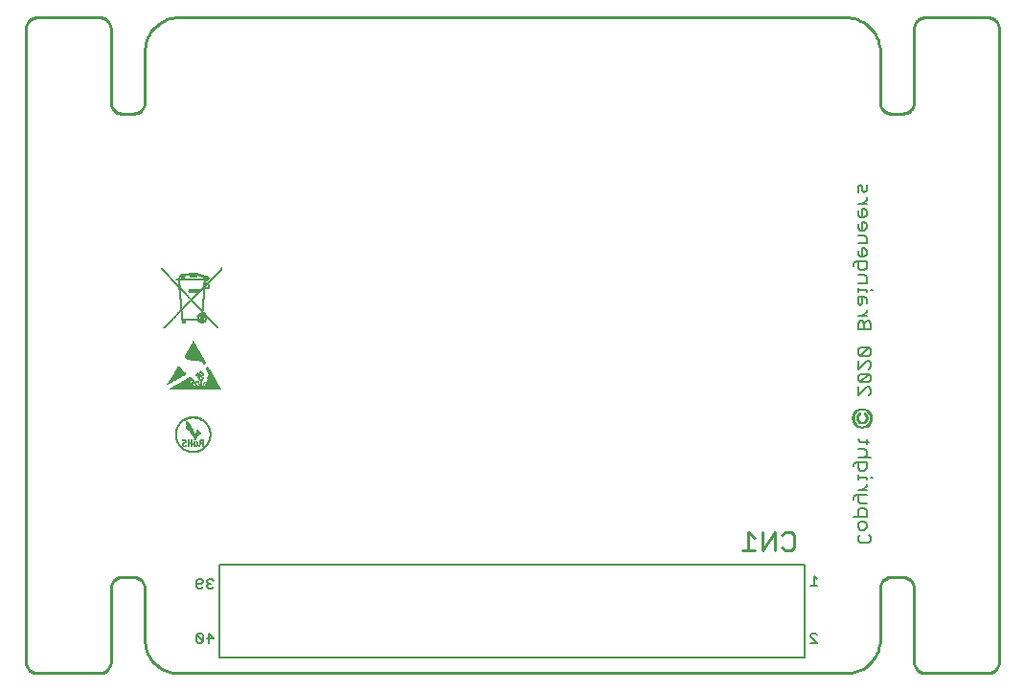
<source format=gbr>
G04 EAGLE Gerber RS-274X export*
G75*
%MOIN*%
%FSLAX34Y34*%
%LPD*%
%INSilkscreen Bottom*%
%IPPOS*%
%AMOC8*
5,1,8,0,0,1.08239X$1,22.5*%
G01*
%ADD10C,0.006000*%
%ADD11R,0.007000X0.000500*%
%ADD12R,0.006500X0.000500*%
%ADD13R,0.011000X0.000500*%
%ADD14R,0.008000X0.000500*%
%ADD15R,0.011500X0.000500*%
%ADD16R,0.014000X0.000500*%
%ADD17R,0.016500X0.000500*%
%ADD18R,0.017500X0.000500*%
%ADD19R,0.019500X0.000500*%
%ADD20R,0.020500X0.000500*%
%ADD21R,0.022000X0.000500*%
%ADD22R,0.023500X0.000500*%
%ADD23R,0.024500X0.000500*%
%ADD24R,0.025500X0.000500*%
%ADD25R,0.026500X0.000500*%
%ADD26R,0.027500X0.000500*%
%ADD27R,0.028500X0.000500*%
%ADD28R,0.029500X0.000500*%
%ADD29R,0.013000X0.000500*%
%ADD30R,0.012000X0.000500*%
%ADD31R,0.065000X0.000500*%
%ADD32R,0.010500X0.000500*%
%ADD33R,0.010000X0.000500*%
%ADD34R,0.064500X0.000500*%
%ADD35R,0.000500X0.000500*%
%ADD36R,0.009500X0.000500*%
%ADD37R,0.064000X0.000500*%
%ADD38R,0.004500X0.000500*%
%ADD39R,0.009000X0.000500*%
%ADD40R,0.063500X0.000500*%
%ADD41R,0.007500X0.000500*%
%ADD42R,0.063000X0.000500*%
%ADD43R,0.008500X0.000500*%
%ADD44R,0.006000X0.000500*%
%ADD45R,0.015000X0.000500*%
%ADD46R,0.015500X0.000500*%
%ADD47R,0.014500X0.000500*%
%ADD48R,0.005500X0.000500*%
%ADD49R,0.002500X0.000500*%
%ADD50R,0.012500X0.000500*%
%ADD51R,0.016000X0.000500*%
%ADD52R,0.032500X0.000500*%
%ADD53R,0.031500X0.000500*%
%ADD54R,0.030500X0.000500*%
%ADD55R,0.030000X0.000500*%
%ADD56R,0.029000X0.000500*%
%ADD57R,0.028000X0.000500*%
%ADD58R,0.027000X0.000500*%
%ADD59R,0.026000X0.000500*%
%ADD60R,0.023000X0.000500*%
%ADD61R,0.019000X0.000500*%
%ADD62R,0.017000X0.000500*%
%ADD63R,0.013500X0.000500*%
%ADD64R,0.038500X0.000500*%
%ADD65R,0.039500X0.000500*%
%ADD66R,0.040000X0.000500*%
%ADD67R,0.040500X0.000500*%
%ADD68R,0.041000X0.000500*%
%ADD69R,0.041500X0.000500*%
%ADD70R,0.042000X0.000500*%
%ADD71R,0.042500X0.000500*%
%ADD72R,0.043000X0.000500*%
%ADD73R,0.043500X0.000500*%
%ADD74R,0.037000X0.000500*%
%ADD75R,0.025000X0.000500*%
%ADD76R,0.024000X0.000500*%
%ADD77R,0.020000X0.000500*%
%ADD78R,0.004000X0.000500*%
%ADD79R,0.111500X0.000500*%
%ADD80R,0.112500X0.000500*%
%ADD81R,0.113000X0.000500*%
%ADD82R,0.113500X0.000500*%
%ADD83R,0.114000X0.000500*%
%ADD84R,0.114500X0.000500*%
%ADD85R,0.115000X0.000500*%
%ADD86R,0.115500X0.000500*%
%ADD87R,0.116000X0.000500*%
%ADD88R,0.018000X0.000500*%
%ADD89R,0.018500X0.000500*%
%ADD90R,0.021000X0.000500*%
%ADD91R,0.021500X0.000500*%
%ADD92R,0.050500X0.000500*%
%ADD93R,0.033500X0.000500*%
%ADD94R,0.070000X0.000500*%
%ADD95R,0.068500X0.000500*%
%ADD96R,0.066500X0.000500*%
%ADD97R,0.053500X0.000500*%
%ADD98R,0.048500X0.000500*%
%ADD99R,0.036500X0.000500*%
%ADD100R,0.005000X0.000500*%
%ADD101R,0.003500X0.000500*%
%ADD102R,0.003000X0.000500*%
%ADD103R,0.002000X0.000500*%
%ADD104R,0.001500X0.000500*%
%ADD105R,0.001000X0.000500*%
%ADD106R,0.070500X0.000500*%
%ADD107R,0.125500X0.000500*%
%ADD108R,0.177500X0.000500*%
%ADD109R,0.177000X0.000500*%
%ADD110R,0.175500X0.000500*%
%ADD111R,0.174500X0.000500*%
%ADD112R,0.173500X0.000500*%
%ADD113R,0.171500X0.000500*%
%ADD114R,0.171000X0.000500*%
%ADD115R,0.170000X0.000500*%
%ADD116R,0.169000X0.000500*%
%ADD117R,0.167500X0.000500*%
%ADD118R,0.166000X0.000500*%
%ADD119R,0.165000X0.000500*%
%ADD120R,0.163500X0.000500*%
%ADD121R,0.163000X0.000500*%
%ADD122R,0.161500X0.000500*%
%ADD123R,0.160000X0.000500*%
%ADD124R,0.073500X0.000500*%
%ADD125R,0.084500X0.000500*%
%ADD126R,0.051000X0.000500*%
%ADD127R,0.081500X0.000500*%
%ADD128R,0.079500X0.000500*%
%ADD129R,0.050000X0.000500*%
%ADD130R,0.049500X0.000500*%
%ADD131R,0.049000X0.000500*%
%ADD132R,0.061500X0.000500*%
%ADD133R,0.048000X0.000500*%
%ADD134R,0.060500X0.000500*%
%ADD135R,0.047500X0.000500*%
%ADD136R,0.059000X0.000500*%
%ADD137R,0.046500X0.000500*%
%ADD138R,0.058000X0.000500*%
%ADD139R,0.056500X0.000500*%
%ADD140R,0.045500X0.000500*%
%ADD141R,0.055500X0.000500*%
%ADD142R,0.055000X0.000500*%
%ADD143R,0.045000X0.000500*%
%ADD144R,0.054500X0.000500*%
%ADD145R,0.053000X0.000500*%
%ADD146R,0.044000X0.000500*%
%ADD147R,0.052000X0.000500*%
%ADD148R,0.051500X0.000500*%
%ADD149R,0.038000X0.000500*%
%ADD150R,0.035500X0.000500*%
%ADD151R,0.034000X0.000500*%
%ADD152R,0.044500X0.000500*%
%ADD153R,0.033000X0.000500*%
%ADD154R,0.031000X0.000500*%
%ADD155R,0.037500X0.000500*%
%ADD156R,0.036000X0.000500*%
%ADD157R,0.035000X0.000500*%
%ADD158R,0.034500X0.000500*%
%ADD159R,0.022500X0.000500*%
%ADD160R,0.039000X0.000500*%
%ADD161R,0.046000X0.000500*%
%ADD162R,0.054000X0.000500*%
%ADD163R,0.056000X0.000500*%
%ADD164R,0.057000X0.000500*%
%ADD165R,0.058500X0.000500*%
%ADD166R,0.059500X0.000500*%
%ADD167R,0.060000X0.000500*%
%ADD168R,0.061000X0.000500*%
%ADD169R,0.062500X0.000500*%
%ADD170R,0.047000X0.000500*%
%ADD171R,0.000150X0.004350*%
%ADD172R,0.000150X0.007800*%
%ADD173R,0.000150X0.010200*%
%ADD174R,0.000150X0.012000*%
%ADD175R,0.000150X0.013650*%
%ADD176R,0.000150X0.015000*%
%ADD177R,0.000150X0.016350*%
%ADD178R,0.000150X0.017700*%
%ADD179R,0.000150X0.018750*%
%ADD180R,0.000150X0.019800*%
%ADD181R,0.000150X0.020700*%
%ADD182R,0.000150X0.021900*%
%ADD183R,0.000150X0.022650*%
%ADD184R,0.000150X0.023400*%
%ADD185R,0.000150X0.024300*%
%ADD186R,0.000150X0.025200*%
%ADD187R,0.000150X0.025800*%
%ADD188R,0.000150X0.026700*%
%ADD189R,0.000150X0.027450*%
%ADD190R,0.000150X0.028200*%
%ADD191R,0.000150X0.028800*%
%ADD192R,0.000150X0.029400*%
%ADD193R,0.000150X0.030000*%
%ADD194R,0.000150X0.030900*%
%ADD195R,0.000150X0.031350*%
%ADD196R,0.000150X0.031800*%
%ADD197R,0.000150X0.032400*%
%ADD198R,0.000150X0.033000*%
%ADD199R,0.000150X0.033600*%
%ADD200R,0.000150X0.034200*%
%ADD201R,0.000150X0.034800*%
%ADD202R,0.000150X0.035100*%
%ADD203R,0.000150X0.035700*%
%ADD204R,0.000150X0.036300*%
%ADD205R,0.000150X0.036900*%
%ADD206R,0.000150X0.037200*%
%ADD207R,0.000150X0.037800*%
%ADD208R,0.000150X0.038100*%
%ADD209R,0.000150X0.038700*%
%ADD210R,0.000150X0.039000*%
%ADD211R,0.000150X0.039600*%
%ADD212R,0.000150X0.039900*%
%ADD213R,0.000150X0.040500*%
%ADD214R,0.000150X0.040800*%
%ADD215R,0.000150X0.041400*%
%ADD216R,0.000150X0.041700*%
%ADD217R,0.000150X0.042000*%
%ADD218R,0.000150X0.042600*%
%ADD219R,0.000150X0.042900*%
%ADD220R,0.000150X0.043200*%
%ADD221R,0.000150X0.043800*%
%ADD222R,0.000150X0.044100*%
%ADD223R,0.000150X0.044400*%
%ADD224R,0.000150X0.019950*%
%ADD225R,0.000150X0.018750*%
%ADD226R,0.000150X0.018900*%
%ADD227R,0.000150X0.018000*%
%ADD228R,0.000150X0.017250*%
%ADD229R,0.000150X0.016800*%
%ADD230R,0.000150X0.016500*%
%ADD231R,0.000150X0.016050*%
%ADD232R,0.000150X0.015600*%
%ADD233R,0.000150X0.015750*%
%ADD234R,0.000150X0.015450*%
%ADD235R,0.000150X0.015150*%
%ADD236R,0.000150X0.015000*%
%ADD237R,0.000150X0.014700*%
%ADD238R,0.000150X0.014700*%
%ADD239R,0.000150X0.014400*%
%ADD240R,0.000150X0.014100*%
%ADD241R,0.000150X0.013950*%
%ADD242R,0.000150X0.013950*%
%ADD243R,0.000150X0.013800*%
%ADD244R,0.000150X0.013650*%
%ADD245R,0.000150X0.013500*%
%ADD246R,0.000150X0.013200*%
%ADD247R,0.000150X0.013350*%
%ADD248R,0.000150X0.013050*%
%ADD249R,0.000150X0.012900*%
%ADD250R,0.000150X0.013050*%
%ADD251R,0.000150X0.012750*%
%ADD252R,0.000150X0.012900*%
%ADD253R,0.000150X0.012600*%
%ADD254R,0.000150X0.012450*%
%ADD255R,0.000150X0.012450*%
%ADD256R,0.000150X0.012300*%
%ADD257R,0.000150X0.012450*%
%ADD258R,0.000150X0.012150*%
%ADD259R,0.000150X0.012000*%
%ADD260R,0.000150X0.011850*%
%ADD261R,0.000150X0.011700*%
%ADD262R,0.000150X0.011700*%
%ADD263R,0.000150X0.011700*%
%ADD264R,0.000150X0.011700*%
%ADD265R,0.000150X0.011550*%
%ADD266R,0.000150X0.011400*%
%ADD267R,0.000150X0.011400*%
%ADD268R,0.000150X0.011250*%
%ADD269R,0.000150X0.011250*%
%ADD270R,0.000150X0.011100*%
%ADD271R,0.000150X0.010950*%
%ADD272R,0.000150X0.010950*%
%ADD273R,0.000150X0.010950*%
%ADD274R,0.000150X0.010950*%
%ADD275R,0.000150X0.010800*%
%ADD276R,0.000150X0.010650*%
%ADD277R,0.000150X0.010650*%
%ADD278R,0.000150X0.010650*%
%ADD279R,0.000150X0.010650*%
%ADD280R,0.000150X0.010500*%
%ADD281R,0.000150X0.003600*%
%ADD282R,0.000150X0.006000*%
%ADD283R,0.000150X0.010350*%
%ADD284R,0.000150X0.009450*%
%ADD285R,0.000150X0.010350*%
%ADD286R,0.000150X0.010200*%
%ADD287R,0.000150X0.010050*%
%ADD288R,0.000150X0.014250*%
%ADD289R,0.000150X0.009900*%
%ADD290R,0.000150X0.015150*%
%ADD291R,0.000150X0.015900*%
%ADD292R,0.000150X0.016650*%
%ADD293R,0.000150X0.009900*%
%ADD294R,0.000150X0.017850*%
%ADD295R,0.000150X0.009900*%
%ADD296R,0.000150X0.018450*%
%ADD297R,0.000150X0.009750*%
%ADD298R,0.000150X0.019050*%
%ADD299R,0.000150X0.019650*%
%ADD300R,0.000150X0.009600*%
%ADD301R,0.000150X0.020250*%
%ADD302R,0.000150X0.009600*%
%ADD303R,0.000150X0.021150*%
%ADD304R,0.000150X0.021750*%
%ADD305R,0.000150X0.022050*%
%ADD306R,0.000150X0.009450*%
%ADD307R,0.000150X0.023100*%
%ADD308R,0.000150X0.009300*%
%ADD309R,0.000150X0.023550*%
%ADD310R,0.000150X0.023850*%
%ADD311R,0.000150X0.024450*%
%ADD312R,0.000150X0.009300*%
%ADD313R,0.000150X0.024750*%
%ADD314R,0.000150X0.025050*%
%ADD315R,0.000150X0.025650*%
%ADD316R,0.000150X0.025950*%
%ADD317R,0.000150X0.009150*%
%ADD318R,0.000150X0.026250*%
%ADD319R,0.000150X0.026550*%
%ADD320R,0.000150X0.009150*%
%ADD321R,0.000150X0.027000*%
%ADD322R,0.000150X0.009150*%
%ADD323R,0.000150X0.009000*%
%ADD324R,0.000150X0.027750*%
%ADD325R,0.000150X0.028050*%
%ADD326R,0.000150X0.028350*%
%ADD327R,0.000150X0.008850*%
%ADD328R,0.000150X0.028650*%
%ADD329R,0.000150X0.009000*%
%ADD330R,0.000150X0.028950*%
%ADD331R,0.000150X0.029250*%
%ADD332R,0.000150X0.029550*%
%ADD333R,0.000150X0.029850*%
%ADD334R,0.000150X0.030150*%
%ADD335R,0.000150X0.008850*%
%ADD336R,0.000150X0.030450*%
%ADD337R,0.000150X0.030750*%
%ADD338R,0.000150X0.031050*%
%ADD339R,0.000150X0.008700*%
%ADD340R,0.000150X0.031200*%
%ADD341R,0.000150X0.008700*%
%ADD342R,0.000150X0.008700*%
%ADD343R,0.000150X0.031650*%
%ADD344R,0.000150X0.031950*%
%ADD345R,0.000150X0.032250*%
%ADD346R,0.000150X0.008550*%
%ADD347R,0.000150X0.014550*%
%ADD348R,0.000150X0.008550*%
%ADD349R,0.000150X0.013650*%
%ADD350R,0.000150X0.012900*%
%ADD351R,0.000150X0.012300*%
%ADD352R,0.000150X0.012150*%
%ADD353R,0.000150X0.008400*%
%ADD354R,0.000150X0.008400*%
%ADD355R,0.000150X0.011100*%
%ADD356R,0.000150X0.008250*%
%ADD357R,0.000150X0.008250*%
%ADD358R,0.000150X0.009900*%
%ADD359R,0.000150X0.008400*%
%ADD360R,0.000150X0.009750*%
%ADD361R,0.000150X0.009450*%
%ADD362R,0.000150X0.009450*%
%ADD363R,0.000150X0.008100*%
%ADD364R,0.000150X0.008100*%
%ADD365R,0.000150X0.007950*%
%ADD366R,0.000150X0.007950*%
%ADD367R,0.000150X0.007950*%
%ADD368R,0.000150X0.007950*%
%ADD369R,0.000150X0.007800*%
%ADD370R,0.000150X0.008400*%
%ADD371R,0.000150X0.010200*%
%ADD372R,0.000150X0.010200*%
%ADD373R,0.000150X0.010800*%
%ADD374R,0.000150X0.011850*%
%ADD375R,0.000150X0.013200*%
%ADD376R,0.000150X0.013350*%
%ADD377R,0.000150X0.008700*%
%ADD378R,0.000150X0.013800*%
%ADD379R,0.000150X0.032550*%
%ADD380R,0.000150X0.031950*%
%ADD381R,0.000150X0.031650*%
%ADD382R,0.000150X0.030750*%
%ADD383R,0.000150X0.030450*%
%ADD384R,0.000150X0.029250*%
%ADD385R,0.000150X0.028950*%
%ADD386R,0.000150X0.027750*%
%ADD387R,0.000150X0.027450*%
%ADD388R,0.000150X0.026850*%
%ADD389R,0.000150X0.025950*%
%ADD390R,0.000150X0.025650*%
%ADD391R,0.000150X0.023850*%
%ADD392R,0.000150X0.023550*%
%ADD393R,0.000150X0.021750*%
%ADD394R,0.000150X0.021150*%
%ADD395R,0.000150X0.020850*%
%ADD396R,0.000150X0.019050*%
%ADD397R,0.000150X0.018450*%
%ADD398R,0.000150X0.015900*%
%ADD399R,0.000150X0.006150*%
%ADD400R,0.000150X0.010500*%
%ADD401R,0.000150X0.003750*%
%ADD402R,0.000150X0.012750*%
%ADD403R,0.000150X0.013650*%
%ADD404R,0.000150X0.014700*%
%ADD405R,0.000150X0.014700*%
%ADD406R,0.000150X0.014850*%
%ADD407R,0.000150X0.016050*%
%ADD408R,0.000150X0.016500*%
%ADD409R,0.000150X0.018900*%
%ADD410R,0.000150X0.043200*%
%ADD411R,0.000150X0.042900*%
%ADD412R,0.000150X0.041400*%
%ADD413R,0.000150X0.040800*%
%ADD414R,0.000150X0.039000*%
%ADD415R,0.000150X0.038700*%
%ADD416R,0.000150X0.036900*%
%ADD417R,0.000150X0.036300*%
%ADD418R,0.000150X0.035400*%
%ADD419R,0.000150X0.034200*%
%ADD420R,0.000150X0.033600*%
%ADD421R,0.000150X0.031200*%
%ADD422R,0.000150X0.030600*%
%ADD423R,0.000150X0.028200*%
%ADD424R,0.000150X0.027600*%
%ADD425R,0.000150X0.024300*%
%ADD426R,0.000150X0.023400*%
%ADD427R,0.000150X0.022500*%
%ADD428R,0.000150X0.021600*%
%ADD429R,0.000150X0.021000*%
%ADD430R,0.000150X0.019800*%
%ADD431R,0.000150X0.013500*%
%ADD432R,0.000150X0.004500*%
%ADD433C,0.007874*%
%ADD434C,0.011000*%
%ADD435C,0.010000*%


D10*
X25197Y4034D02*
X25270Y3960D01*
X25270Y3813D01*
X25197Y3740D01*
X24903Y3740D01*
X24830Y3813D01*
X24830Y3960D01*
X24903Y4034D01*
X24830Y4274D02*
X24830Y4421D01*
X24903Y4494D01*
X25050Y4494D01*
X25124Y4421D01*
X25124Y4274D01*
X25050Y4200D01*
X24903Y4200D01*
X24830Y4274D01*
X24683Y4661D02*
X25124Y4661D01*
X25124Y4881D01*
X25050Y4954D01*
X24903Y4954D01*
X24830Y4881D01*
X24830Y4661D01*
X24903Y5121D02*
X25124Y5121D01*
X24903Y5121D02*
X24830Y5195D01*
X24830Y5415D01*
X24757Y5415D02*
X25124Y5415D01*
X24757Y5415D02*
X24683Y5341D01*
X24683Y5268D01*
X24830Y5582D02*
X25124Y5582D01*
X25124Y5728D02*
X24977Y5582D01*
X25124Y5728D02*
X25124Y5802D01*
X25124Y5965D02*
X25124Y6039D01*
X24830Y6039D01*
X24830Y6112D02*
X24830Y5965D01*
X25270Y6039D02*
X25344Y6039D01*
X24683Y6419D02*
X24683Y6492D01*
X24757Y6566D01*
X25124Y6566D01*
X25124Y6346D01*
X25050Y6272D01*
X24903Y6272D01*
X24830Y6346D01*
X24830Y6566D01*
X24830Y6733D02*
X25270Y6733D01*
X25124Y6806D02*
X25050Y6733D01*
X25124Y6806D02*
X25124Y6953D01*
X25050Y7026D01*
X24830Y7026D01*
X24903Y7266D02*
X25197Y7266D01*
X24903Y7266D02*
X24830Y7340D01*
X25124Y7340D02*
X25124Y7193D01*
X24830Y8881D02*
X24830Y9175D01*
X24830Y8881D02*
X25124Y9175D01*
X25197Y9175D01*
X25270Y9101D01*
X25270Y8954D01*
X25197Y8881D01*
X25197Y9341D02*
X24903Y9341D01*
X25197Y9341D02*
X25270Y9415D01*
X25270Y9562D01*
X25197Y9635D01*
X24903Y9635D01*
X24830Y9562D01*
X24830Y9415D01*
X24903Y9341D01*
X25197Y9635D01*
X24830Y9802D02*
X24830Y10095D01*
X24830Y9802D02*
X25124Y10095D01*
X25197Y10095D01*
X25270Y10022D01*
X25270Y9875D01*
X25197Y9802D01*
X25197Y10262D02*
X24903Y10262D01*
X25197Y10262D02*
X25270Y10336D01*
X25270Y10482D01*
X25197Y10556D01*
X24903Y10556D01*
X24830Y10482D01*
X24830Y10336D01*
X24903Y10262D01*
X25197Y10556D01*
X25270Y11183D02*
X24830Y11183D01*
X25270Y11183D02*
X25270Y11403D01*
X25197Y11477D01*
X25124Y11477D01*
X25050Y11403D01*
X24977Y11477D01*
X24903Y11477D01*
X24830Y11403D01*
X24830Y11183D01*
X25050Y11183D02*
X25050Y11403D01*
X25124Y11643D02*
X24830Y11643D01*
X24977Y11643D02*
X25124Y11790D01*
X25124Y11864D01*
X25124Y12100D02*
X25124Y12247D01*
X25050Y12321D01*
X24830Y12321D01*
X24830Y12100D01*
X24903Y12027D01*
X24977Y12100D01*
X24977Y12321D01*
X25124Y12487D02*
X25124Y12561D01*
X24830Y12561D01*
X24830Y12634D02*
X24830Y12487D01*
X25270Y12561D02*
X25344Y12561D01*
X25124Y12794D02*
X24830Y12794D01*
X25124Y12794D02*
X25124Y13015D01*
X25050Y13088D01*
X24830Y13088D01*
X24683Y13402D02*
X24683Y13475D01*
X24757Y13548D01*
X25124Y13548D01*
X25124Y13328D01*
X25050Y13255D01*
X24903Y13255D01*
X24830Y13328D01*
X24830Y13548D01*
X24830Y13789D02*
X24830Y13935D01*
X24830Y13789D02*
X24903Y13715D01*
X25050Y13715D01*
X25124Y13789D01*
X25124Y13935D01*
X25050Y14009D01*
X24977Y14009D01*
X24977Y13715D01*
X24830Y14176D02*
X25124Y14176D01*
X25124Y14396D01*
X25050Y14469D01*
X24830Y14469D01*
X24830Y14709D02*
X24830Y14856D01*
X24830Y14709D02*
X24903Y14636D01*
X25050Y14636D01*
X25124Y14709D01*
X25124Y14856D01*
X25050Y14930D01*
X24977Y14930D01*
X24977Y14636D01*
X24830Y15170D02*
X24830Y15317D01*
X24830Y15170D02*
X24903Y15096D01*
X25050Y15096D01*
X25124Y15170D01*
X25124Y15317D01*
X25050Y15390D01*
X24977Y15390D01*
X24977Y15096D01*
X24830Y15557D02*
X25124Y15557D01*
X24977Y15557D02*
X25124Y15704D01*
X25124Y15777D01*
X24830Y15940D02*
X24830Y16161D01*
X24903Y16234D01*
X24977Y16161D01*
X24977Y16014D01*
X25050Y15940D01*
X25124Y16014D01*
X25124Y16234D01*
D11*
X673Y11220D03*
D12*
X2545Y11220D03*
D11*
X678Y11225D03*
X2543Y11225D03*
X683Y11230D03*
X2538Y11230D03*
X688Y11235D03*
X2533Y11235D03*
X693Y11240D03*
X2528Y11240D03*
X698Y11245D03*
X2523Y11245D03*
X703Y11250D03*
X2518Y11250D03*
X708Y11255D03*
D12*
X2515Y11255D03*
D11*
X713Y11260D03*
D12*
X2510Y11260D03*
D11*
X718Y11265D03*
D12*
X2505Y11265D03*
D11*
X723Y11270D03*
D12*
X2500Y11270D03*
D11*
X728Y11275D03*
D12*
X2495Y11275D03*
D11*
X733Y11280D03*
D12*
X2490Y11280D03*
D11*
X738Y11285D03*
D12*
X2485Y11285D03*
D11*
X743Y11290D03*
D12*
X2480Y11290D03*
D11*
X748Y11295D03*
X2478Y11295D03*
X753Y11300D03*
X2473Y11300D03*
X758Y11305D03*
X2468Y11305D03*
X763Y11310D03*
X2463Y11310D03*
X768Y11315D03*
X2458Y11315D03*
X773Y11320D03*
X2453Y11320D03*
X778Y11325D03*
X2448Y11325D03*
X783Y11330D03*
X2443Y11330D03*
X788Y11335D03*
X2438Y11335D03*
X793Y11340D03*
X2433Y11340D03*
X798Y11345D03*
X2428Y11345D03*
X803Y11350D03*
D12*
X2425Y11350D03*
D11*
X808Y11355D03*
D12*
X2420Y11355D03*
D11*
X813Y11360D03*
D12*
X2415Y11360D03*
D11*
X818Y11365D03*
D12*
X2410Y11365D03*
D11*
X823Y11370D03*
D12*
X2405Y11370D03*
D11*
X828Y11375D03*
D12*
X2400Y11375D03*
X830Y11380D03*
X2395Y11380D03*
X835Y11385D03*
X2390Y11385D03*
X840Y11390D03*
D13*
X1363Y11390D03*
D14*
X1998Y11390D03*
D11*
X2388Y11390D03*
D12*
X845Y11395D03*
D13*
X1363Y11395D03*
D15*
X1995Y11395D03*
D11*
X2383Y11395D03*
D12*
X850Y11400D03*
D13*
X1363Y11400D03*
D16*
X1998Y11400D03*
D11*
X2378Y11400D03*
D12*
X855Y11405D03*
D13*
X1363Y11405D03*
D17*
X1995Y11405D03*
D11*
X2373Y11405D03*
D12*
X860Y11410D03*
D13*
X1363Y11410D03*
D18*
X1995Y11410D03*
D11*
X2368Y11410D03*
D12*
X865Y11415D03*
D13*
X1363Y11415D03*
D19*
X1995Y11415D03*
D11*
X2363Y11415D03*
D12*
X870Y11420D03*
D13*
X1363Y11420D03*
D20*
X1995Y11420D03*
D11*
X2358Y11420D03*
D12*
X875Y11425D03*
D13*
X1363Y11425D03*
D21*
X1998Y11425D03*
D11*
X2353Y11425D03*
D12*
X880Y11430D03*
D13*
X1363Y11430D03*
D22*
X1995Y11430D03*
D11*
X2348Y11430D03*
D12*
X885Y11435D03*
D13*
X1363Y11435D03*
D23*
X1995Y11435D03*
D11*
X2343Y11435D03*
X888Y11440D03*
D13*
X1363Y11440D03*
D24*
X1995Y11440D03*
D11*
X2338Y11440D03*
X893Y11445D03*
D13*
X1363Y11445D03*
D25*
X1995Y11445D03*
D12*
X2335Y11445D03*
D11*
X898Y11450D03*
D13*
X1363Y11450D03*
D25*
X1995Y11450D03*
D12*
X2330Y11450D03*
D11*
X903Y11455D03*
D13*
X1363Y11455D03*
D26*
X1995Y11455D03*
D12*
X2325Y11455D03*
D11*
X908Y11460D03*
D13*
X1363Y11460D03*
D27*
X1995Y11460D03*
D12*
X2320Y11460D03*
D11*
X913Y11465D03*
D13*
X1363Y11465D03*
D28*
X1995Y11465D03*
D12*
X2315Y11465D03*
D11*
X918Y11470D03*
D13*
X1363Y11470D03*
D29*
X1913Y11470D03*
X2078Y11470D03*
D12*
X2310Y11470D03*
D11*
X923Y11475D03*
D15*
X1365Y11475D03*
D30*
X1903Y11475D03*
X2088Y11475D03*
D12*
X2305Y11475D03*
D11*
X928Y11480D03*
D31*
X1628Y11480D03*
D13*
X2093Y11480D03*
D12*
X2300Y11480D03*
D11*
X933Y11485D03*
D31*
X1618Y11485D03*
D32*
X2100Y11485D03*
D12*
X2295Y11485D03*
D11*
X938Y11490D03*
D31*
X1613Y11490D03*
D33*
X2103Y11490D03*
D11*
X2293Y11490D03*
X943Y11495D03*
D34*
X1610Y11495D03*
D33*
X2108Y11495D03*
D11*
X2288Y11495D03*
X948Y11500D03*
D34*
X1605Y11500D03*
D35*
X1995Y11500D03*
D36*
X2110Y11500D03*
D11*
X2283Y11500D03*
X953Y11505D03*
D37*
X1603Y11505D03*
D38*
X1995Y11505D03*
D39*
X2113Y11505D03*
D11*
X2278Y11505D03*
X958Y11510D03*
D40*
X1600Y11510D03*
D12*
X1995Y11510D03*
D39*
X2118Y11510D03*
D11*
X2273Y11510D03*
X963Y11515D03*
D40*
X1600Y11515D03*
D41*
X1995Y11515D03*
D39*
X2118Y11515D03*
D11*
X2268Y11515D03*
X968Y11520D03*
D42*
X1598Y11520D03*
D43*
X1995Y11520D03*
X2120Y11520D03*
D11*
X2263Y11520D03*
X973Y11525D03*
D42*
X1598Y11525D03*
D36*
X1995Y11525D03*
D43*
X2120Y11525D03*
D11*
X2258Y11525D03*
X978Y11530D03*
D42*
X1593Y11530D03*
D32*
X1995Y11530D03*
D43*
X2125Y11530D03*
D11*
X2253Y11530D03*
X983Y11535D03*
D42*
X1593Y11535D03*
D32*
X1995Y11535D03*
D43*
X2125Y11535D03*
D11*
X2248Y11535D03*
X988Y11540D03*
D44*
X1308Y11540D03*
D43*
X1865Y11540D03*
D13*
X1998Y11540D03*
D43*
X2125Y11540D03*
D12*
X2245Y11540D03*
D11*
X993Y11545D03*
D44*
X1308Y11545D03*
D43*
X1865Y11545D03*
D15*
X1995Y11545D03*
D43*
X2125Y11545D03*
D12*
X2240Y11545D03*
D11*
X998Y11550D03*
D44*
X1308Y11550D03*
D43*
X1865Y11550D03*
D15*
X1995Y11550D03*
D43*
X2125Y11550D03*
D12*
X2235Y11550D03*
D11*
X1003Y11555D03*
D44*
X1308Y11555D03*
D43*
X1865Y11555D03*
D15*
X1995Y11555D03*
D43*
X2125Y11555D03*
D12*
X2230Y11555D03*
D11*
X1008Y11560D03*
D44*
X1308Y11560D03*
D43*
X1865Y11560D03*
D15*
X1995Y11560D03*
D14*
X2128Y11560D03*
D12*
X2225Y11560D03*
D11*
X1013Y11565D03*
D44*
X1308Y11565D03*
D43*
X1865Y11565D03*
D15*
X1995Y11565D03*
D43*
X2125Y11565D03*
D12*
X2220Y11565D03*
D11*
X1018Y11570D03*
D44*
X1308Y11570D03*
D43*
X1865Y11570D03*
D15*
X1995Y11570D03*
D43*
X2125Y11570D03*
D12*
X2215Y11570D03*
D11*
X1023Y11575D03*
D44*
X1308Y11575D03*
D43*
X1865Y11575D03*
D15*
X1995Y11575D03*
D43*
X2125Y11575D03*
D12*
X2210Y11575D03*
D11*
X1028Y11580D03*
D44*
X1308Y11580D03*
D43*
X1865Y11580D03*
D32*
X1995Y11580D03*
D43*
X2125Y11580D03*
D12*
X2205Y11580D03*
D11*
X1033Y11585D03*
D44*
X1308Y11585D03*
D43*
X1865Y11585D03*
D32*
X1995Y11585D03*
D45*
X2158Y11585D03*
D11*
X1038Y11590D03*
D44*
X1303Y11590D03*
D43*
X1870Y11590D03*
D36*
X1995Y11590D03*
D46*
X2155Y11590D03*
D11*
X1043Y11595D03*
D44*
X1303Y11595D03*
D43*
X1870Y11595D03*
D39*
X1998Y11595D03*
D45*
X2153Y11595D03*
D11*
X1048Y11600D03*
D44*
X1303Y11600D03*
D39*
X1873Y11600D03*
D43*
X1995Y11600D03*
D45*
X2148Y11600D03*
D11*
X1053Y11605D03*
D44*
X1303Y11605D03*
D39*
X1873Y11605D03*
D12*
X1995Y11605D03*
D47*
X2145Y11605D03*
D11*
X1058Y11610D03*
D44*
X1303Y11610D03*
D39*
X1878Y11610D03*
D48*
X1995Y11610D03*
D47*
X2140Y11610D03*
D11*
X1063Y11615D03*
D44*
X1303Y11615D03*
D36*
X1880Y11615D03*
D49*
X1995Y11615D03*
D47*
X2135Y11615D03*
D11*
X1068Y11620D03*
D44*
X1303Y11620D03*
D33*
X1883Y11620D03*
D16*
X2133Y11620D03*
D11*
X1073Y11625D03*
D44*
X1303Y11625D03*
D33*
X1888Y11625D03*
D16*
X2128Y11625D03*
D11*
X1078Y11630D03*
D44*
X1303Y11630D03*
D32*
X1890Y11630D03*
D47*
X2120Y11630D03*
D11*
X1083Y11635D03*
D44*
X1303Y11635D03*
D32*
X1895Y11635D03*
D47*
X2115Y11635D03*
D11*
X1088Y11640D03*
D44*
X1303Y11640D03*
D15*
X1900Y11640D03*
D45*
X2108Y11640D03*
D11*
X1093Y11645D03*
D12*
X1300Y11645D03*
D50*
X1910Y11645D03*
D51*
X2098Y11645D03*
D11*
X1098Y11650D03*
D44*
X1298Y11650D03*
D52*
X2010Y11650D03*
D12*
X1100Y11655D03*
D44*
X1298Y11655D03*
D53*
X2010Y11655D03*
D12*
X1105Y11660D03*
D44*
X1298Y11660D03*
D54*
X2010Y11660D03*
D12*
X1110Y11665D03*
D44*
X1298Y11665D03*
D55*
X2008Y11665D03*
D12*
X1115Y11670D03*
D44*
X1298Y11670D03*
D56*
X2008Y11670D03*
D12*
X1120Y11675D03*
D44*
X1298Y11675D03*
D57*
X2008Y11675D03*
D12*
X1125Y11680D03*
D44*
X1298Y11680D03*
D58*
X2008Y11680D03*
D12*
X1130Y11685D03*
D44*
X1298Y11685D03*
D59*
X2008Y11685D03*
D12*
X1135Y11690D03*
D44*
X1298Y11690D03*
D24*
X2010Y11690D03*
D12*
X1140Y11695D03*
D44*
X1298Y11695D03*
D23*
X2010Y11695D03*
D12*
X1145Y11700D03*
D44*
X1298Y11700D03*
D60*
X2013Y11700D03*
D12*
X1150Y11705D03*
X1295Y11705D03*
D21*
X2013Y11705D03*
D12*
X1155Y11710D03*
D44*
X1293Y11710D03*
D20*
X2015Y11710D03*
D12*
X1160Y11715D03*
D44*
X1293Y11715D03*
D61*
X2018Y11715D03*
D12*
X1165Y11720D03*
D44*
X1293Y11720D03*
D62*
X2023Y11720D03*
D12*
X1170Y11725D03*
D44*
X1293Y11725D03*
D45*
X2028Y11725D03*
D11*
X1173Y11730D03*
D44*
X1293Y11730D03*
D50*
X2035Y11730D03*
D11*
X1178Y11735D03*
D44*
X1293Y11735D03*
D15*
X2035Y11735D03*
D11*
X1183Y11740D03*
D44*
X1293Y11740D03*
D13*
X2033Y11740D03*
D11*
X1188Y11745D03*
D44*
X1293Y11745D03*
D32*
X2030Y11745D03*
D11*
X1193Y11750D03*
D44*
X1293Y11750D03*
D33*
X2028Y11750D03*
D11*
X1198Y11755D03*
D44*
X1293Y11755D03*
D36*
X2025Y11755D03*
D11*
X1203Y11760D03*
D44*
X1293Y11760D03*
D39*
X2023Y11760D03*
D11*
X1208Y11765D03*
D44*
X1288Y11765D03*
D43*
X2020Y11765D03*
D11*
X1213Y11770D03*
D44*
X1288Y11770D03*
D14*
X2018Y11770D03*
D11*
X1218Y11775D03*
D44*
X1288Y11775D03*
D41*
X2015Y11775D03*
D29*
X1253Y11780D03*
D11*
X2013Y11780D03*
D50*
X1255Y11785D03*
D12*
X2010Y11785D03*
D30*
X1258Y11790D03*
D11*
X2008Y11790D03*
D15*
X1260Y11795D03*
D41*
X2005Y11795D03*
D13*
X1263Y11800D03*
D14*
X2003Y11800D03*
D32*
X1265Y11805D03*
D43*
X2000Y11805D03*
D33*
X1268Y11810D03*
D39*
X1998Y11810D03*
D36*
X1270Y11815D03*
X1995Y11815D03*
D39*
X1273Y11820D03*
D33*
X1993Y11820D03*
D14*
X1273Y11825D03*
D32*
X1990Y11825D03*
D41*
X1275Y11830D03*
D32*
X1990Y11830D03*
D11*
X1278Y11835D03*
D15*
X1990Y11835D03*
D11*
X1283Y11840D03*
D30*
X1988Y11840D03*
D11*
X1288Y11845D03*
D50*
X1985Y11845D03*
D41*
X1290Y11850D03*
D12*
X1950Y11850D03*
D44*
X2018Y11850D03*
D14*
X1293Y11855D03*
D12*
X1945Y11855D03*
D44*
X2018Y11855D03*
D43*
X1295Y11860D03*
D12*
X1940Y11860D03*
D44*
X2018Y11860D03*
D39*
X1298Y11865D03*
D12*
X1935Y11865D03*
D44*
X2018Y11865D03*
D36*
X1300Y11870D03*
D12*
X1930Y11870D03*
D44*
X2018Y11870D03*
D33*
X1303Y11875D03*
D12*
X1925Y11875D03*
D44*
X2018Y11875D03*
D13*
X1303Y11880D03*
D12*
X1920Y11880D03*
D44*
X2018Y11880D03*
D15*
X1305Y11885D03*
D11*
X1918Y11885D03*
D44*
X2018Y11885D03*
D30*
X1308Y11890D03*
D11*
X1913Y11890D03*
D12*
X2020Y11890D03*
D50*
X1310Y11895D03*
D11*
X1908Y11895D03*
D44*
X2023Y11895D03*
D29*
X1313Y11900D03*
D11*
X1903Y11900D03*
D44*
X2023Y11900D03*
X1278Y11905D03*
D11*
X1348Y11905D03*
X1898Y11905D03*
D44*
X2023Y11905D03*
X1278Y11910D03*
D11*
X1353Y11910D03*
X1893Y11910D03*
D44*
X2023Y11910D03*
X1278Y11915D03*
D11*
X1358Y11915D03*
X1888Y11915D03*
D44*
X2023Y11915D03*
X1278Y11920D03*
D11*
X1363Y11920D03*
X1883Y11920D03*
D44*
X2023Y11920D03*
X1278Y11925D03*
D11*
X1368Y11925D03*
D12*
X1880Y11925D03*
D44*
X2023Y11925D03*
X1278Y11930D03*
D12*
X1370Y11930D03*
X1875Y11930D03*
D44*
X2023Y11930D03*
X1278Y11935D03*
D12*
X1375Y11935D03*
X1870Y11935D03*
D44*
X2023Y11935D03*
X1273Y11940D03*
D12*
X1380Y11940D03*
X1865Y11940D03*
D44*
X2023Y11940D03*
X1273Y11945D03*
D12*
X1385Y11945D03*
X1860Y11945D03*
D44*
X2028Y11945D03*
X1273Y11950D03*
D12*
X1390Y11950D03*
X1855Y11950D03*
D44*
X2028Y11950D03*
X1273Y11955D03*
D12*
X1395Y11955D03*
X1850Y11955D03*
D44*
X2028Y11955D03*
X1273Y11960D03*
D12*
X1400Y11960D03*
X1845Y11960D03*
D44*
X2028Y11960D03*
X1273Y11965D03*
D12*
X1405Y11965D03*
X1840Y11965D03*
D44*
X2028Y11965D03*
X1273Y11970D03*
D12*
X1410Y11970D03*
X1835Y11970D03*
D44*
X2028Y11970D03*
X1273Y11975D03*
D12*
X1415Y11975D03*
X1830Y11975D03*
D44*
X2028Y11975D03*
X1273Y11980D03*
D12*
X1420Y11980D03*
X1825Y11980D03*
D44*
X2028Y11980D03*
X1273Y11985D03*
D12*
X1425Y11985D03*
D11*
X1823Y11985D03*
D44*
X2028Y11985D03*
X1273Y11990D03*
D12*
X1430Y11990D03*
D11*
X1818Y11990D03*
D44*
X2028Y11990D03*
D12*
X1270Y11995D03*
X1435Y11995D03*
D11*
X1813Y11995D03*
D44*
X2028Y11995D03*
X1268Y12000D03*
D12*
X1440Y12000D03*
D11*
X1808Y12000D03*
D44*
X2033Y12000D03*
X1268Y12005D03*
D12*
X1445Y12005D03*
D11*
X1803Y12005D03*
D44*
X2033Y12005D03*
X1268Y12010D03*
D12*
X1450Y12010D03*
D11*
X1798Y12010D03*
D44*
X2033Y12010D03*
X1268Y12015D03*
D11*
X1453Y12015D03*
X1793Y12015D03*
D44*
X2033Y12015D03*
X1268Y12020D03*
D11*
X1458Y12020D03*
D12*
X1790Y12020D03*
D44*
X2033Y12020D03*
X1268Y12025D03*
D11*
X1463Y12025D03*
D12*
X1785Y12025D03*
D44*
X2033Y12025D03*
X1268Y12030D03*
D11*
X1468Y12030D03*
D12*
X1780Y12030D03*
D44*
X2033Y12030D03*
X1268Y12035D03*
D11*
X1473Y12035D03*
D12*
X1775Y12035D03*
D44*
X2033Y12035D03*
X1268Y12040D03*
D11*
X1478Y12040D03*
D12*
X1770Y12040D03*
D44*
X2033Y12040D03*
X1268Y12045D03*
D11*
X1483Y12045D03*
D12*
X1765Y12045D03*
D44*
X2033Y12045D03*
X1268Y12050D03*
D11*
X1488Y12050D03*
D12*
X1760Y12050D03*
X2035Y12050D03*
D44*
X1263Y12055D03*
D11*
X1493Y12055D03*
D12*
X1755Y12055D03*
D44*
X2038Y12055D03*
X1263Y12060D03*
D11*
X1498Y12060D03*
D12*
X1750Y12060D03*
D44*
X2038Y12060D03*
X1263Y12065D03*
D11*
X1503Y12065D03*
D12*
X1745Y12065D03*
D44*
X2038Y12065D03*
X1263Y12070D03*
D11*
X1508Y12070D03*
D12*
X1740Y12070D03*
D44*
X2038Y12070D03*
X1263Y12075D03*
D11*
X1513Y12075D03*
D12*
X1735Y12075D03*
D44*
X2038Y12075D03*
X1263Y12080D03*
D11*
X1518Y12080D03*
D12*
X1730Y12080D03*
D44*
X2038Y12080D03*
X1263Y12085D03*
D11*
X1523Y12085D03*
X1728Y12085D03*
D44*
X2038Y12085D03*
X1263Y12090D03*
D11*
X1528Y12090D03*
X1723Y12090D03*
D44*
X2038Y12090D03*
X1263Y12095D03*
D11*
X1533Y12095D03*
X1718Y12095D03*
D44*
X2038Y12095D03*
X1263Y12100D03*
D11*
X1538Y12100D03*
X1713Y12100D03*
D44*
X2038Y12100D03*
X1263Y12105D03*
D11*
X1543Y12105D03*
X1708Y12105D03*
D12*
X2040Y12105D03*
X1260Y12110D03*
D11*
X1548Y12110D03*
X1703Y12110D03*
D44*
X2043Y12110D03*
X1258Y12115D03*
D11*
X1553Y12115D03*
X1698Y12115D03*
D44*
X2043Y12115D03*
X1258Y12120D03*
D11*
X1558Y12120D03*
D12*
X1695Y12120D03*
D44*
X2043Y12120D03*
X1258Y12125D03*
D11*
X1563Y12125D03*
D12*
X1690Y12125D03*
D44*
X2043Y12125D03*
X1258Y12130D03*
D11*
X1568Y12130D03*
D12*
X1685Y12130D03*
D44*
X2043Y12130D03*
X1258Y12135D03*
D11*
X1573Y12135D03*
D12*
X1680Y12135D03*
D44*
X2043Y12135D03*
X1258Y12140D03*
D11*
X1578Y12140D03*
D12*
X1675Y12140D03*
D44*
X2043Y12140D03*
X1258Y12145D03*
D11*
X1583Y12145D03*
D12*
X1670Y12145D03*
D44*
X2043Y12145D03*
X1258Y12150D03*
D11*
X1588Y12150D03*
D12*
X1665Y12150D03*
D44*
X2043Y12150D03*
X1258Y12155D03*
D63*
X1625Y12155D03*
D44*
X2043Y12155D03*
X1258Y12160D03*
D50*
X1625Y12160D03*
D44*
X2048Y12160D03*
X1258Y12165D03*
D15*
X1625Y12165D03*
D44*
X2048Y12165D03*
D12*
X1255Y12170D03*
D32*
X1625Y12170D03*
D44*
X2048Y12170D03*
X1253Y12175D03*
D36*
X1625Y12175D03*
D44*
X2048Y12175D03*
X1253Y12180D03*
D43*
X1625Y12180D03*
D44*
X2048Y12180D03*
X1253Y12185D03*
D14*
X1628Y12185D03*
D44*
X2048Y12185D03*
X1253Y12190D03*
D11*
X1628Y12190D03*
D44*
X2048Y12190D03*
X1253Y12195D03*
D14*
X1628Y12195D03*
D44*
X2048Y12195D03*
X1253Y12200D03*
D39*
X1628Y12200D03*
D44*
X2048Y12200D03*
X1253Y12205D03*
D36*
X1625Y12205D03*
D44*
X2048Y12205D03*
X1253Y12210D03*
D32*
X1625Y12210D03*
D12*
X2050Y12210D03*
D44*
X1253Y12215D03*
D13*
X1628Y12215D03*
D44*
X2053Y12215D03*
X1253Y12220D03*
D30*
X1628Y12220D03*
D44*
X2053Y12220D03*
X1253Y12225D03*
D29*
X1628Y12225D03*
D44*
X2053Y12225D03*
X1248Y12230D03*
D12*
X1590Y12230D03*
X1665Y12230D03*
D44*
X2053Y12230D03*
X1248Y12235D03*
D12*
X1585Y12235D03*
X1670Y12235D03*
D44*
X2053Y12235D03*
X1248Y12240D03*
D12*
X1580Y12240D03*
X1675Y12240D03*
D44*
X2053Y12240D03*
X1248Y12245D03*
D12*
X1575Y12245D03*
X1680Y12245D03*
D44*
X2053Y12245D03*
X1248Y12250D03*
D12*
X1570Y12250D03*
X1685Y12250D03*
D44*
X2053Y12250D03*
X1248Y12255D03*
D12*
X1565Y12255D03*
X1690Y12255D03*
D44*
X2053Y12255D03*
X1248Y12260D03*
D12*
X1560Y12260D03*
X1695Y12260D03*
D44*
X2053Y12260D03*
X1248Y12265D03*
D12*
X1555Y12265D03*
X1700Y12265D03*
X2055Y12265D03*
D44*
X1248Y12270D03*
D12*
X1550Y12270D03*
X1705Y12270D03*
D44*
X2058Y12270D03*
X1248Y12275D03*
D12*
X1545Y12275D03*
X1710Y12275D03*
D44*
X2058Y12275D03*
X1248Y12280D03*
D12*
X1540Y12280D03*
X1715Y12280D03*
D44*
X2058Y12280D03*
D12*
X1245Y12285D03*
D11*
X1538Y12285D03*
D12*
X1720Y12285D03*
D44*
X2058Y12285D03*
X1243Y12290D03*
D11*
X1533Y12290D03*
D12*
X1725Y12290D03*
D44*
X2058Y12290D03*
X1243Y12295D03*
D11*
X1528Y12295D03*
D12*
X1730Y12295D03*
D44*
X2058Y12295D03*
X1243Y12300D03*
D11*
X1523Y12300D03*
D12*
X1735Y12300D03*
D44*
X2058Y12300D03*
X1243Y12305D03*
D11*
X1518Y12305D03*
X1738Y12305D03*
D44*
X2058Y12305D03*
X1243Y12310D03*
D12*
X1515Y12310D03*
D11*
X1743Y12310D03*
D44*
X2058Y12310D03*
X1243Y12315D03*
D12*
X1510Y12315D03*
D11*
X1748Y12315D03*
D44*
X2058Y12315D03*
X1243Y12320D03*
D12*
X1505Y12320D03*
D11*
X1753Y12320D03*
D12*
X2060Y12320D03*
D44*
X1243Y12325D03*
D12*
X1500Y12325D03*
D11*
X1758Y12325D03*
D44*
X2063Y12325D03*
X1243Y12330D03*
D12*
X1495Y12330D03*
D11*
X1763Y12330D03*
D44*
X2063Y12330D03*
X1243Y12335D03*
D12*
X1490Y12335D03*
D11*
X1768Y12335D03*
D44*
X2063Y12335D03*
X1243Y12340D03*
D12*
X1485Y12340D03*
D11*
X1773Y12340D03*
D44*
X2063Y12340D03*
X1238Y12345D03*
D12*
X1480Y12345D03*
D11*
X1778Y12345D03*
D44*
X2063Y12345D03*
X1238Y12350D03*
D12*
X1475Y12350D03*
D11*
X1783Y12350D03*
D44*
X2063Y12350D03*
X1238Y12355D03*
D12*
X1470Y12355D03*
D11*
X1788Y12355D03*
D44*
X2063Y12355D03*
X1238Y12360D03*
D12*
X1465Y12360D03*
D11*
X1793Y12360D03*
D44*
X2063Y12360D03*
X1238Y12365D03*
D12*
X1460Y12365D03*
D11*
X1798Y12365D03*
D44*
X2063Y12365D03*
X1238Y12370D03*
D12*
X1455Y12370D03*
D11*
X1803Y12370D03*
D44*
X2063Y12370D03*
X1238Y12375D03*
D12*
X1450Y12375D03*
D11*
X1808Y12375D03*
D44*
X2068Y12375D03*
X1238Y12380D03*
D11*
X1448Y12380D03*
X1813Y12380D03*
D44*
X2068Y12380D03*
X1238Y12385D03*
D11*
X1443Y12385D03*
X1818Y12385D03*
D44*
X2068Y12385D03*
X1238Y12390D03*
D11*
X1438Y12390D03*
X1823Y12390D03*
D44*
X2068Y12390D03*
X1238Y12395D03*
D11*
X1433Y12395D03*
X1828Y12395D03*
D44*
X2068Y12395D03*
X1238Y12400D03*
D11*
X1428Y12400D03*
X1833Y12400D03*
D44*
X2068Y12400D03*
X1233Y12405D03*
D12*
X1425Y12405D03*
D11*
X1838Y12405D03*
D44*
X2068Y12405D03*
X1233Y12410D03*
D12*
X1420Y12410D03*
D11*
X1843Y12410D03*
D44*
X2068Y12410D03*
X1233Y12415D03*
D12*
X1415Y12415D03*
D11*
X1848Y12415D03*
D44*
X2068Y12415D03*
X1233Y12420D03*
D12*
X1410Y12420D03*
D11*
X1853Y12420D03*
D44*
X2068Y12420D03*
X1233Y12425D03*
D12*
X1405Y12425D03*
D11*
X1858Y12425D03*
D12*
X2070Y12425D03*
D44*
X1233Y12430D03*
D12*
X1400Y12430D03*
D11*
X1863Y12430D03*
D44*
X2073Y12430D03*
X1233Y12435D03*
D12*
X1395Y12435D03*
D11*
X1868Y12435D03*
D44*
X2073Y12435D03*
X1233Y12440D03*
D12*
X1390Y12440D03*
D11*
X1873Y12440D03*
D44*
X2073Y12440D03*
X1233Y12445D03*
D12*
X1385Y12445D03*
D11*
X1878Y12445D03*
D44*
X2073Y12445D03*
X1233Y12450D03*
D12*
X1380Y12450D03*
D11*
X1883Y12450D03*
D44*
X2073Y12450D03*
X1233Y12455D03*
D12*
X1375Y12455D03*
D64*
X1730Y12455D03*
D44*
X2073Y12455D03*
D12*
X1230Y12460D03*
X1370Y12460D03*
D65*
X1730Y12460D03*
D44*
X2073Y12460D03*
X1228Y12465D03*
D12*
X1365Y12465D03*
D66*
X1733Y12465D03*
D44*
X2073Y12465D03*
X1228Y12470D03*
D12*
X1360Y12470D03*
D67*
X1735Y12470D03*
D44*
X2073Y12470D03*
X1228Y12475D03*
D12*
X1355Y12475D03*
D67*
X1735Y12475D03*
D44*
X2073Y12475D03*
X1228Y12480D03*
D11*
X1353Y12480D03*
D68*
X1738Y12480D03*
D12*
X2075Y12480D03*
D44*
X1228Y12485D03*
D11*
X1348Y12485D03*
D69*
X1740Y12485D03*
D44*
X2078Y12485D03*
X1228Y12490D03*
D11*
X1343Y12490D03*
D70*
X1743Y12490D03*
D44*
X2078Y12490D03*
X1228Y12495D03*
D11*
X1338Y12495D03*
D71*
X1745Y12495D03*
D44*
X2078Y12495D03*
X1228Y12500D03*
D12*
X1335Y12500D03*
D72*
X1748Y12500D03*
D44*
X2078Y12500D03*
X1228Y12505D03*
D12*
X1330Y12505D03*
D73*
X1750Y12505D03*
D44*
X2078Y12505D03*
X1228Y12510D03*
D12*
X1325Y12510D03*
D74*
X1718Y12510D03*
D12*
X1940Y12510D03*
D44*
X2078Y12510D03*
X1228Y12515D03*
D12*
X1320Y12515D03*
D74*
X1718Y12515D03*
D12*
X1945Y12515D03*
D44*
X2078Y12515D03*
X1223Y12520D03*
D12*
X1315Y12520D03*
D74*
X1718Y12520D03*
D12*
X1950Y12520D03*
D44*
X2078Y12520D03*
X1223Y12525D03*
D12*
X1310Y12525D03*
D74*
X1718Y12525D03*
D12*
X1955Y12525D03*
D44*
X2078Y12525D03*
X1223Y12530D03*
D12*
X1305Y12530D03*
D74*
X1718Y12530D03*
D12*
X1960Y12530D03*
D44*
X2078Y12530D03*
X1223Y12535D03*
D12*
X1300Y12535D03*
D74*
X1718Y12535D03*
D12*
X1965Y12535D03*
D44*
X2083Y12535D03*
X1223Y12540D03*
D12*
X1295Y12540D03*
D74*
X1718Y12540D03*
D12*
X1970Y12540D03*
D44*
X2083Y12540D03*
X1223Y12545D03*
D12*
X1290Y12545D03*
D74*
X1718Y12545D03*
D12*
X1975Y12545D03*
D44*
X2083Y12545D03*
D50*
X1255Y12550D03*
D74*
X1718Y12550D03*
D12*
X1980Y12550D03*
D44*
X2083Y12550D03*
D30*
X1253Y12555D03*
D74*
X1718Y12555D03*
D12*
X1985Y12555D03*
D44*
X2083Y12555D03*
D15*
X1250Y12560D03*
D74*
X1718Y12560D03*
D12*
X1990Y12560D03*
D44*
X2083Y12560D03*
D13*
X1248Y12565D03*
D74*
X1718Y12565D03*
D12*
X1995Y12565D03*
D44*
X2083Y12565D03*
D32*
X1245Y12570D03*
D74*
X1718Y12570D03*
D12*
X2000Y12570D03*
D44*
X2083Y12570D03*
D32*
X1240Y12575D03*
D12*
X2005Y12575D03*
D20*
X2150Y12575D03*
D32*
X1240Y12580D03*
D12*
X2010Y12580D03*
D20*
X2150Y12580D03*
D33*
X1238Y12585D03*
D58*
X2118Y12585D03*
D36*
X1235Y12590D03*
D25*
X2120Y12590D03*
D39*
X1233Y12595D03*
D25*
X2120Y12595D03*
D43*
X1230Y12600D03*
D59*
X2123Y12600D03*
D14*
X1228Y12605D03*
D24*
X2125Y12605D03*
D41*
X1225Y12610D03*
D75*
X2128Y12610D03*
D11*
X1223Y12615D03*
D23*
X2130Y12615D03*
D12*
X1220Y12620D03*
D76*
X2133Y12620D03*
D12*
X1215Y12625D03*
D22*
X2135Y12625D03*
D11*
X1213Y12630D03*
D36*
X2070Y12630D03*
D48*
X2225Y12630D03*
D41*
X1210Y12635D03*
D39*
X2073Y12635D03*
D48*
X2225Y12635D03*
D41*
X1205Y12640D03*
D39*
X2078Y12640D03*
D48*
X2225Y12640D03*
D14*
X1203Y12645D03*
D43*
X2080Y12645D03*
D48*
X2225Y12645D03*
D43*
X1200Y12650D03*
D14*
X2083Y12650D03*
D48*
X2225Y12650D03*
D39*
X1198Y12655D03*
D41*
X2085Y12655D03*
D48*
X2225Y12655D03*
D36*
X1195Y12660D03*
D41*
X2085Y12660D03*
D48*
X2225Y12660D03*
D33*
X1193Y12665D03*
D14*
X2088Y12665D03*
D48*
X2225Y12665D03*
D32*
X1190Y12670D03*
D43*
X2090Y12670D03*
D48*
X2225Y12670D03*
D13*
X1188Y12675D03*
D39*
X2093Y12675D03*
D48*
X2225Y12675D03*
D15*
X1185Y12680D03*
D36*
X2095Y12680D03*
D48*
X2225Y12680D03*
D30*
X1183Y12685D03*
D33*
X2098Y12685D03*
D48*
X2225Y12685D03*
D50*
X1180Y12690D03*
D32*
X2100Y12690D03*
D48*
X2225Y12690D03*
D30*
X1178Y12695D03*
D13*
X2103Y12695D03*
D48*
X2225Y12695D03*
D50*
X1175Y12700D03*
D15*
X2105Y12700D03*
D48*
X2225Y12700D03*
D12*
X1140Y12705D03*
D44*
X1208Y12705D03*
D30*
X2108Y12705D03*
D48*
X2225Y12705D03*
D12*
X1135Y12710D03*
D44*
X1208Y12710D03*
D50*
X2110Y12710D03*
D48*
X2225Y12710D03*
D12*
X1130Y12715D03*
D44*
X1208Y12715D03*
D29*
X2113Y12715D03*
D48*
X2225Y12715D03*
D12*
X1125Y12720D03*
D44*
X1208Y12720D03*
D63*
X2115Y12720D03*
D48*
X2225Y12720D03*
D12*
X1120Y12725D03*
D44*
X1208Y12725D03*
D16*
X2118Y12725D03*
D48*
X2225Y12725D03*
D12*
X1115Y12730D03*
D44*
X1208Y12730D03*
D20*
X2150Y12730D03*
D12*
X1110Y12735D03*
D44*
X1208Y12735D03*
D20*
X2150Y12735D03*
D12*
X1105Y12740D03*
D44*
X1208Y12740D03*
D20*
X2150Y12740D03*
D12*
X1100Y12745D03*
D44*
X1208Y12745D03*
D20*
X2150Y12745D03*
D12*
X1095Y12750D03*
X1205Y12750D03*
D20*
X2150Y12750D03*
D12*
X1090Y12755D03*
D44*
X1203Y12755D03*
D20*
X2150Y12755D03*
D12*
X1085Y12760D03*
D44*
X1203Y12760D03*
D20*
X2150Y12760D03*
D12*
X1080Y12765D03*
D44*
X1203Y12765D03*
D20*
X2150Y12765D03*
D12*
X1075Y12770D03*
D44*
X1203Y12770D03*
D20*
X2150Y12770D03*
D12*
X1070Y12775D03*
D44*
X1203Y12775D03*
D20*
X2150Y12775D03*
D11*
X1068Y12780D03*
D44*
X1203Y12780D03*
D77*
X2148Y12780D03*
D11*
X1063Y12785D03*
D44*
X1203Y12785D03*
X2103Y12785D03*
D12*
X2210Y12785D03*
X1060Y12790D03*
D44*
X1203Y12790D03*
X2103Y12790D03*
D12*
X2215Y12790D03*
X1055Y12795D03*
D44*
X1203Y12795D03*
X2103Y12795D03*
D12*
X2220Y12795D03*
X1050Y12800D03*
D44*
X1203Y12800D03*
D12*
X2105Y12800D03*
X2225Y12800D03*
X1045Y12805D03*
D44*
X1203Y12805D03*
X2108Y12805D03*
D12*
X2230Y12805D03*
X1040Y12810D03*
D44*
X1198Y12810D03*
X2108Y12810D03*
D12*
X2235Y12810D03*
X1035Y12815D03*
D44*
X1198Y12815D03*
X2108Y12815D03*
D12*
X2240Y12815D03*
X1030Y12820D03*
D44*
X1198Y12820D03*
X2108Y12820D03*
D12*
X2245Y12820D03*
X1025Y12825D03*
D44*
X1198Y12825D03*
X2108Y12825D03*
D12*
X2250Y12825D03*
X1020Y12830D03*
D44*
X1198Y12830D03*
X2108Y12830D03*
D12*
X2255Y12830D03*
X1015Y12835D03*
D44*
X1198Y12835D03*
X2108Y12835D03*
D12*
X2260Y12835D03*
X1010Y12840D03*
D44*
X1198Y12840D03*
X2108Y12840D03*
D12*
X2265Y12840D03*
X1005Y12845D03*
D44*
X1198Y12845D03*
X2108Y12845D03*
D12*
X2270Y12845D03*
X1000Y12850D03*
D44*
X1198Y12850D03*
X2108Y12850D03*
D12*
X2275Y12850D03*
X995Y12855D03*
D44*
X1198Y12855D03*
D12*
X2110Y12855D03*
X2280Y12855D03*
X990Y12860D03*
D44*
X1198Y12860D03*
X2113Y12860D03*
D12*
X2285Y12860D03*
X985Y12865D03*
D44*
X1198Y12865D03*
X2113Y12865D03*
D12*
X2290Y12865D03*
X980Y12870D03*
D44*
X1193Y12870D03*
X2113Y12870D03*
D78*
X2173Y12870D03*
D12*
X2295Y12870D03*
D11*
X978Y12875D03*
D79*
X1650Y12875D03*
D12*
X2300Y12875D03*
D11*
X973Y12880D03*
D80*
X1655Y12880D03*
D12*
X2305Y12880D03*
X970Y12885D03*
D81*
X1658Y12885D03*
D11*
X2308Y12885D03*
D12*
X965Y12890D03*
D82*
X1660Y12890D03*
D11*
X2313Y12890D03*
D12*
X960Y12895D03*
D83*
X1663Y12895D03*
D11*
X2318Y12895D03*
D12*
X955Y12900D03*
D84*
X1665Y12900D03*
D11*
X2323Y12900D03*
D12*
X950Y12905D03*
D85*
X1668Y12905D03*
D11*
X2328Y12905D03*
D12*
X945Y12910D03*
D85*
X1668Y12910D03*
D11*
X2333Y12910D03*
D12*
X940Y12915D03*
D86*
X1670Y12915D03*
D11*
X2338Y12915D03*
D12*
X935Y12920D03*
D86*
X1670Y12920D03*
D11*
X2343Y12920D03*
D12*
X930Y12925D03*
D86*
X1670Y12925D03*
D11*
X2348Y12925D03*
D12*
X925Y12930D03*
D87*
X1673Y12930D03*
D11*
X2353Y12930D03*
D12*
X920Y12935D03*
D11*
X1188Y12935D03*
D32*
X1330Y12935D03*
D18*
X2165Y12935D03*
D11*
X2358Y12935D03*
D12*
X915Y12940D03*
X1190Y12940D03*
D32*
X1330Y12940D03*
D18*
X2165Y12940D03*
D11*
X2363Y12940D03*
D12*
X910Y12945D03*
D11*
X1193Y12945D03*
D32*
X1330Y12945D03*
D88*
X2163Y12945D03*
D11*
X2368Y12945D03*
D12*
X905Y12950D03*
X1195Y12950D03*
D32*
X1330Y12950D03*
D88*
X2163Y12950D03*
D11*
X2373Y12950D03*
D12*
X900Y12955D03*
D11*
X1198Y12955D03*
D32*
X1330Y12955D03*
D89*
X2160Y12955D03*
D11*
X2378Y12955D03*
D12*
X895Y12960D03*
D11*
X1203Y12960D03*
D32*
X1330Y12960D03*
D61*
X2158Y12960D03*
D11*
X2383Y12960D03*
D12*
X890Y12965D03*
D41*
X1205Y12965D03*
D32*
X1330Y12965D03*
D19*
X2155Y12965D03*
D11*
X2388Y12965D03*
D12*
X885Y12970D03*
D14*
X1213Y12970D03*
D32*
X1330Y12970D03*
D19*
X2150Y12970D03*
D11*
X2393Y12970D03*
X883Y12975D03*
D14*
X1218Y12975D03*
D32*
X1330Y12975D03*
D77*
X2148Y12975D03*
D11*
X2398Y12975D03*
X878Y12980D03*
D43*
X1220Y12980D03*
D32*
X1330Y12980D03*
D20*
X2145Y12980D03*
D11*
X2403Y12980D03*
D12*
X875Y12985D03*
D39*
X1228Y12985D03*
D32*
X1330Y12985D03*
D90*
X2138Y12985D03*
D11*
X2408Y12985D03*
D12*
X870Y12990D03*
D19*
X1285Y12990D03*
D28*
X1690Y12990D03*
D91*
X2135Y12990D03*
D11*
X2413Y12990D03*
D12*
X865Y12995D03*
D61*
X1288Y12995D03*
D28*
X1690Y12995D03*
D21*
X2128Y12995D03*
D11*
X2418Y12995D03*
D12*
X860Y13000D03*
D89*
X1290Y13000D03*
D28*
X1690Y13000D03*
D33*
X2058Y13000D03*
D30*
X2173Y13000D03*
D11*
X2423Y13000D03*
D12*
X855Y13005D03*
D88*
X1293Y13005D03*
D28*
X1690Y13005D03*
D32*
X2050Y13005D03*
D13*
X2173Y13005D03*
D11*
X2428Y13005D03*
D12*
X850Y13010D03*
D18*
X1295Y13010D03*
D28*
X1690Y13010D03*
D15*
X2040Y13010D03*
D33*
X2173Y13010D03*
D11*
X2433Y13010D03*
D12*
X845Y13015D03*
D62*
X1298Y13015D03*
D28*
X1690Y13015D03*
D50*
X2030Y13015D03*
D39*
X2173Y13015D03*
D11*
X2438Y13015D03*
D12*
X840Y13020D03*
D17*
X1300Y13020D03*
D28*
X1690Y13020D03*
D63*
X2020Y13020D03*
D11*
X2173Y13020D03*
X2443Y13020D03*
D12*
X835Y13025D03*
D46*
X1305Y13025D03*
D28*
X1690Y13025D03*
D47*
X2010Y13025D03*
D78*
X2173Y13025D03*
D12*
X2445Y13025D03*
X830Y13030D03*
D62*
X1318Y13030D03*
D28*
X1690Y13030D03*
D46*
X1995Y13030D03*
D12*
X2450Y13030D03*
X825Y13035D03*
D89*
X1335Y13035D03*
D28*
X1690Y13035D03*
D18*
X1980Y13035D03*
D12*
X2455Y13035D03*
X820Y13040D03*
D20*
X1355Y13040D03*
D28*
X1690Y13040D03*
D19*
X1960Y13040D03*
D12*
X2460Y13040D03*
X815Y13045D03*
D76*
X1378Y13045D03*
D92*
X1795Y13045D03*
D12*
X2465Y13045D03*
X810Y13050D03*
D93*
X1435Y13050D03*
D25*
X1910Y13050D03*
D12*
X2470Y13050D03*
X805Y13055D03*
D52*
X1440Y13055D03*
D24*
X1905Y13055D03*
D12*
X2475Y13055D03*
X800Y13060D03*
D52*
X1440Y13060D03*
D76*
X1898Y13060D03*
D12*
X2480Y13060D03*
X795Y13065D03*
D52*
X1440Y13065D03*
D60*
X1893Y13065D03*
D12*
X2485Y13065D03*
X790Y13070D03*
D52*
X1440Y13070D03*
D91*
X1885Y13070D03*
D12*
X2490Y13070D03*
D11*
X788Y13075D03*
D94*
X1628Y13075D03*
D12*
X2495Y13075D03*
X785Y13080D03*
D95*
X1620Y13080D03*
D12*
X2500Y13080D03*
X780Y13085D03*
D96*
X1610Y13085D03*
D12*
X2505Y13085D03*
X775Y13090D03*
D32*
X1330Y13090D03*
D97*
X1655Y13090D03*
D12*
X2510Y13090D03*
X770Y13095D03*
D98*
X1655Y13095D03*
D12*
X2515Y13095D03*
X765Y13100D03*
D71*
X1655Y13100D03*
D12*
X2520Y13100D03*
X760Y13105D03*
D99*
X1660Y13105D03*
D12*
X2525Y13105D03*
X755Y13110D03*
D54*
X1685Y13110D03*
D12*
X2530Y13110D03*
X750Y13115D03*
D28*
X1690Y13115D03*
D12*
X2535Y13115D03*
X745Y13120D03*
D28*
X1690Y13120D03*
D12*
X2540Y13120D03*
X740Y13125D03*
D28*
X1690Y13125D03*
D12*
X2545Y13125D03*
X735Y13130D03*
D28*
X1690Y13130D03*
D12*
X2550Y13130D03*
X730Y13135D03*
X2555Y13135D03*
X725Y13140D03*
X2560Y13140D03*
X720Y13145D03*
X2565Y13145D03*
X715Y13150D03*
X2570Y13150D03*
X710Y13155D03*
X2575Y13155D03*
X705Y13160D03*
X2580Y13160D03*
X700Y13165D03*
X2585Y13165D03*
X695Y13170D03*
D11*
X2588Y13170D03*
D12*
X695Y13175D03*
D11*
X2593Y13175D03*
D12*
X690Y13180D03*
D11*
X2598Y13180D03*
D12*
X685Y13185D03*
D11*
X2603Y13185D03*
D12*
X680Y13190D03*
D11*
X2608Y13190D03*
D12*
X675Y13195D03*
D11*
X2613Y13195D03*
D12*
X670Y13200D03*
D11*
X2618Y13200D03*
D12*
X665Y13205D03*
D11*
X2623Y13205D03*
D12*
X660Y13210D03*
D11*
X2628Y13210D03*
D12*
X655Y13215D03*
D11*
X2633Y13215D03*
D12*
X650Y13220D03*
D11*
X2638Y13220D03*
D12*
X645Y13225D03*
D11*
X2643Y13225D03*
D12*
X640Y13230D03*
D11*
X2648Y13230D03*
D12*
X635Y13235D03*
D11*
X2653Y13235D03*
D12*
X630Y13240D03*
D11*
X2658Y13240D03*
D44*
X628Y13245D03*
D11*
X2663Y13245D03*
D48*
X625Y13250D03*
D12*
X2665Y13250D03*
D100*
X623Y13255D03*
D44*
X2668Y13255D03*
D38*
X620Y13260D03*
D48*
X2670Y13260D03*
D78*
X618Y13265D03*
D100*
X2673Y13265D03*
D101*
X615Y13270D03*
D38*
X2675Y13270D03*
D101*
X615Y13275D03*
D78*
X2678Y13275D03*
D102*
X613Y13280D03*
D101*
X2680Y13280D03*
D49*
X610Y13285D03*
D102*
X2683Y13285D03*
D103*
X608Y13290D03*
D49*
X2685Y13290D03*
D104*
X605Y13295D03*
D103*
X2688Y13295D03*
D105*
X603Y13300D03*
D104*
X2690Y13300D03*
D35*
X600Y13305D03*
D105*
X2693Y13305D03*
D35*
X2695Y13310D03*
D106*
X2305Y9090D03*
D105*
X1938Y9090D03*
D107*
X2030Y9095D03*
D104*
X1390Y9095D03*
D35*
X1365Y9095D03*
D105*
X1063Y9095D03*
D35*
X995Y9095D03*
D108*
X1765Y9100D03*
D109*
X1768Y9105D03*
D110*
X1770Y9110D03*
D111*
X1770Y9115D03*
D112*
X1775Y9120D03*
D113*
X1780Y9125D03*
D114*
X1783Y9130D03*
D115*
X1783Y9135D03*
D116*
X1788Y9140D03*
D117*
X1790Y9145D03*
D118*
X1793Y9150D03*
D119*
X1798Y9155D03*
D120*
X1800Y9160D03*
D121*
X1803Y9165D03*
D122*
X1805Y9170D03*
D123*
X1808Y9175D03*
D124*
X2240Y9180D03*
D125*
X1435Y9180D03*
D126*
X2348Y9185D03*
D89*
X1990Y9185D03*
D127*
X1435Y9185D03*
D126*
X2348Y9190D03*
D49*
X2065Y9190D03*
D47*
X1975Y9190D03*
D128*
X1435Y9190D03*
D129*
X2348Y9195D03*
D49*
X2065Y9195D03*
D50*
X1970Y9195D03*
D14*
X1788Y9195D03*
D35*
X1715Y9195D03*
D96*
X1375Y9195D03*
D130*
X2350Y9200D03*
D103*
X2063Y9200D03*
D15*
X1970Y9200D03*
D12*
X1790Y9200D03*
D31*
X1378Y9200D03*
D131*
X2348Y9205D03*
D104*
X2065Y9205D03*
D32*
X1970Y9205D03*
D48*
X1790Y9205D03*
D42*
X1378Y9205D03*
D98*
X2345Y9210D03*
D103*
X2068Y9210D03*
D33*
X1968Y9210D03*
D48*
X1790Y9210D03*
D132*
X1380Y9210D03*
D133*
X2348Y9215D03*
D104*
X2065Y9215D03*
D33*
X1963Y9215D03*
D38*
X1790Y9215D03*
D134*
X1380Y9215D03*
D135*
X2345Y9220D03*
D104*
X2065Y9220D03*
D36*
X1960Y9220D03*
D78*
X1788Y9220D03*
D136*
X1383Y9220D03*
D137*
X2345Y9225D03*
D105*
X2068Y9225D03*
D39*
X1958Y9225D03*
D101*
X1785Y9225D03*
D138*
X1388Y9225D03*
D137*
X2345Y9230D03*
D104*
X2070Y9230D03*
D39*
X1958Y9230D03*
D101*
X1785Y9230D03*
D139*
X1390Y9230D03*
D140*
X2345Y9235D03*
D103*
X2068Y9235D03*
D39*
X1958Y9235D03*
D101*
X1785Y9235D03*
D141*
X1395Y9235D03*
D140*
X2345Y9240D03*
D104*
X2070Y9240D03*
D39*
X1953Y9240D03*
D102*
X1783Y9240D03*
D142*
X1398Y9240D03*
D143*
X2343Y9245D03*
D104*
X2075Y9245D03*
D12*
X1965Y9245D03*
D103*
X1918Y9245D03*
D102*
X1783Y9245D03*
D144*
X1400Y9245D03*
D143*
X2343Y9250D03*
D104*
X2075Y9250D03*
D44*
X1968Y9250D03*
D103*
X1918Y9250D03*
D102*
X1778Y9250D03*
D145*
X1408Y9250D03*
D35*
X810Y9250D03*
D146*
X2343Y9255D03*
D103*
X2073Y9255D03*
D48*
X1965Y9255D03*
D103*
X1918Y9255D03*
D102*
X1773Y9255D03*
D147*
X1413Y9255D03*
D104*
X815Y9255D03*
D146*
X2343Y9260D03*
D103*
X2078Y9260D03*
D48*
X1965Y9260D03*
D103*
X1913Y9260D03*
D102*
X1773Y9260D03*
D148*
X1415Y9260D03*
D49*
X820Y9260D03*
D73*
X2340Y9265D03*
D103*
X2078Y9265D03*
D100*
X1968Y9265D03*
D103*
X1913Y9265D03*
D101*
X1770Y9265D03*
D92*
X1420Y9265D03*
D49*
X825Y9265D03*
D72*
X2338Y9270D03*
D103*
X2078Y9270D03*
D100*
X1968Y9270D03*
D49*
X1910Y9270D03*
D102*
X1768Y9270D03*
D129*
X1423Y9270D03*
D49*
X830Y9270D03*
D72*
X2338Y9275D03*
D104*
X2080Y9275D03*
D100*
X1968Y9275D03*
D49*
X1910Y9275D03*
D78*
X1763Y9275D03*
D130*
X1430Y9275D03*
D78*
X838Y9275D03*
D70*
X2338Y9280D03*
D104*
X2080Y9280D03*
D100*
X1968Y9280D03*
D103*
X1908Y9280D03*
D78*
X1758Y9280D03*
D102*
X1663Y9280D03*
D72*
X1408Y9280D03*
D38*
X845Y9280D03*
D69*
X2335Y9285D03*
D103*
X2083Y9285D03*
D100*
X1968Y9285D03*
D103*
X1903Y9285D03*
D38*
X1755Y9285D03*
D101*
X1665Y9285D03*
D69*
X1410Y9285D03*
D100*
X853Y9285D03*
D69*
X2335Y9290D03*
D103*
X2083Y9290D03*
D100*
X1968Y9290D03*
D103*
X1903Y9290D03*
D78*
X1753Y9290D03*
D101*
X1665Y9290D03*
D66*
X1413Y9290D03*
D48*
X855Y9290D03*
D68*
X2333Y9295D03*
D103*
X2083Y9295D03*
D100*
X1968Y9295D03*
D49*
X1900Y9295D03*
D78*
X1753Y9295D03*
D102*
X1673Y9295D03*
D64*
X1415Y9295D03*
D44*
X863Y9295D03*
D67*
X2335Y9300D03*
D104*
X2085Y9300D03*
D100*
X1968Y9300D03*
D103*
X1898Y9300D03*
D38*
X1750Y9300D03*
D102*
X1673Y9300D03*
D149*
X1418Y9300D03*
D11*
X868Y9300D03*
D66*
X2333Y9305D03*
D104*
X2085Y9305D03*
D100*
X1968Y9305D03*
D103*
X1898Y9305D03*
D100*
X1748Y9305D03*
D101*
X1675Y9305D03*
D74*
X1418Y9305D03*
D11*
X873Y9305D03*
D66*
X2333Y9310D03*
D103*
X2088Y9310D03*
D100*
X1968Y9310D03*
D49*
X1895Y9310D03*
D100*
X1748Y9310D03*
D101*
X1680Y9310D03*
D150*
X1425Y9310D03*
D14*
X878Y9310D03*
D66*
X2328Y9315D03*
D102*
X2093Y9315D03*
D48*
X1965Y9315D03*
D49*
X1890Y9315D03*
D12*
X1750Y9315D03*
D101*
X1680Y9315D03*
D151*
X1428Y9315D03*
D43*
X885Y9315D03*
D152*
X2305Y9320D03*
D48*
X1965Y9320D03*
D103*
X1888Y9320D03*
D102*
X1773Y9320D03*
D101*
X1730Y9320D03*
X1685Y9320D03*
D153*
X1433Y9320D03*
D39*
X893Y9320D03*
D73*
X2305Y9325D03*
D48*
X1965Y9325D03*
D49*
X1885Y9325D03*
X1775Y9325D03*
D41*
X1710Y9325D03*
D52*
X1435Y9325D03*
D36*
X895Y9325D03*
D71*
X2305Y9330D03*
D44*
X1968Y9330D03*
D103*
X1883Y9330D03*
D102*
X1783Y9330D03*
D41*
X1710Y9330D03*
D154*
X1438Y9330D03*
D33*
X903Y9330D03*
D155*
X2330Y9335D03*
D12*
X1965Y9335D03*
D102*
X1878Y9335D03*
D101*
X1785Y9335D03*
D44*
X1708Y9335D03*
D55*
X1443Y9335D03*
D13*
X908Y9335D03*
D156*
X2333Y9340D03*
D12*
X1965Y9340D03*
D101*
X1870Y9340D03*
D78*
X1793Y9340D03*
D44*
X1708Y9340D03*
D28*
X1445Y9340D03*
D13*
X913Y9340D03*
D156*
X2333Y9345D03*
D12*
X1965Y9345D03*
D33*
X1833Y9345D03*
D48*
X1710Y9345D03*
D27*
X1450Y9345D03*
D50*
X920Y9345D03*
D157*
X2333Y9350D03*
D11*
X1968Y9350D03*
D43*
X1835Y9350D03*
D38*
X1710Y9350D03*
D57*
X1458Y9350D03*
D29*
X928Y9350D03*
D158*
X2330Y9355D03*
D41*
X1965Y9355D03*
D44*
X1838Y9355D03*
D38*
X1710Y9355D03*
D58*
X1463Y9355D03*
D63*
X935Y9355D03*
D158*
X2330Y9360D03*
D41*
X1965Y9360D03*
D101*
X1840Y9360D03*
X1710Y9360D03*
D25*
X1470Y9360D03*
D16*
X938Y9360D03*
D151*
X2328Y9365D03*
D41*
X1965Y9365D03*
D78*
X1708Y9365D03*
D24*
X1475Y9365D03*
D47*
X945Y9365D03*
D151*
X2328Y9370D03*
D14*
X1968Y9370D03*
D101*
X1705Y9370D03*
D75*
X1478Y9370D03*
D45*
X948Y9370D03*
D153*
X2328Y9375D03*
D14*
X1968Y9375D03*
D78*
X1703Y9375D03*
D23*
X1485Y9375D03*
D46*
X955Y9375D03*
D153*
X2328Y9380D03*
D100*
X1988Y9380D03*
D101*
X1940Y9380D03*
X1700Y9380D03*
D22*
X1490Y9380D03*
D51*
X963Y9380D03*
D52*
X2325Y9385D03*
D38*
X1990Y9385D03*
D101*
X1940Y9385D03*
D78*
X1693Y9385D03*
D159*
X1495Y9385D03*
D62*
X968Y9385D03*
D53*
X2325Y9390D03*
D101*
X1995Y9390D03*
X1935Y9390D03*
D38*
X1690Y9390D03*
D21*
X1503Y9390D03*
D18*
X975Y9390D03*
D154*
X2328Y9395D03*
D101*
X1995Y9395D03*
X1935Y9395D03*
D100*
X1688Y9395D03*
D90*
X1508Y9395D03*
D18*
X980Y9395D03*
D54*
X2325Y9400D03*
D78*
X1998Y9400D03*
D101*
X1930Y9400D03*
D100*
X1683Y9400D03*
D90*
X1513Y9400D03*
D89*
X985Y9400D03*
D54*
X2325Y9405D03*
D101*
X2000Y9405D03*
X1930Y9405D03*
D48*
X1675Y9405D03*
D20*
X1520Y9405D03*
D61*
X993Y9405D03*
D28*
X2325Y9410D03*
D78*
X2003Y9410D03*
X1928Y9410D03*
D48*
X1670Y9410D03*
D77*
X1528Y9410D03*
X998Y9410D03*
D28*
X2325Y9415D03*
D101*
X2005Y9415D03*
X1925Y9415D03*
D48*
X1665Y9415D03*
D19*
X1535Y9415D03*
D20*
X1005Y9415D03*
D56*
X2323Y9420D03*
D78*
X2008Y9420D03*
D101*
X1925Y9420D03*
D76*
X1563Y9420D03*
D90*
X1013Y9420D03*
D57*
X2323Y9425D03*
D101*
X2010Y9425D03*
X1920Y9425D03*
D21*
X1568Y9425D03*
X1018Y9425D03*
D57*
X2323Y9430D03*
D78*
X2013Y9430D03*
D101*
X1920Y9430D03*
D90*
X1568Y9430D03*
D159*
X1020Y9430D03*
D26*
X2320Y9435D03*
D101*
X2015Y9435D03*
X1915Y9435D03*
D19*
X1570Y9435D03*
D60*
X1028Y9435D03*
D58*
X2323Y9440D03*
D78*
X2018Y9440D03*
D101*
X1915Y9440D03*
D88*
X1573Y9440D03*
D60*
X1033Y9440D03*
D25*
X2320Y9445D03*
D38*
X2020Y9445D03*
D78*
X1913Y9445D03*
D51*
X1573Y9445D03*
D76*
X1038Y9445D03*
D59*
X2318Y9450D03*
D38*
X2025Y9450D03*
D101*
X1910Y9450D03*
D47*
X1575Y9450D03*
D23*
X1045Y9450D03*
D59*
X2318Y9455D03*
D100*
X2028Y9455D03*
D78*
X1908Y9455D03*
D63*
X1575Y9455D03*
D75*
X1053Y9455D03*
D24*
X2315Y9460D03*
D78*
X2028Y9460D03*
D38*
X1910Y9460D03*
D30*
X1578Y9460D03*
D59*
X1058Y9460D03*
D24*
X2315Y9465D03*
D101*
X2025Y9465D03*
D100*
X1908Y9465D03*
D15*
X1580Y9465D03*
D59*
X1063Y9465D03*
D75*
X2313Y9470D03*
D101*
X2020Y9470D03*
D48*
X1905Y9470D03*
D36*
X1580Y9470D03*
D58*
X1068Y9470D03*
D23*
X2315Y9475D03*
D101*
X2020Y9475D03*
D44*
X1908Y9475D03*
D14*
X1583Y9475D03*
D26*
X1075Y9475D03*
D76*
X2313Y9480D03*
D102*
X2018Y9480D03*
D11*
X1908Y9480D03*
D44*
X1588Y9480D03*
D27*
X1080Y9480D03*
D22*
X2310Y9485D03*
D102*
X2018Y9485D03*
D11*
X1908Y9485D03*
D100*
X1588Y9485D03*
D56*
X1088Y9485D03*
D22*
X2310Y9490D03*
D102*
X2018Y9490D03*
D49*
X1930Y9490D03*
D78*
X1888Y9490D03*
D101*
X1590Y9490D03*
D28*
X1095Y9490D03*
D60*
X2308Y9495D03*
D101*
X2015Y9495D03*
D102*
X1933Y9495D03*
D78*
X1888Y9495D03*
D103*
X1593Y9495D03*
D28*
X1100Y9495D03*
D159*
X2310Y9500D03*
D102*
X2013Y9500D03*
D49*
X1935Y9500D03*
D78*
X1883Y9500D03*
D105*
X1593Y9500D03*
D54*
X1105Y9500D03*
D21*
X2308Y9505D03*
D102*
X2013Y9505D03*
X1938Y9505D03*
D78*
X1878Y9505D03*
D154*
X1113Y9505D03*
D90*
X2308Y9510D03*
D102*
X2013Y9510D03*
D101*
X1940Y9510D03*
D78*
X1873Y9510D03*
D53*
X1120Y9510D03*
D90*
X2308Y9515D03*
D102*
X2013Y9515D03*
D101*
X1945Y9515D03*
D38*
X1870Y9515D03*
D52*
X1125Y9515D03*
D20*
X2305Y9520D03*
D102*
X2013Y9520D03*
D101*
X1945Y9520D03*
D38*
X1865Y9520D03*
D153*
X1128Y9520D03*
D77*
X2308Y9525D03*
D102*
X2013Y9525D03*
D101*
X1950Y9525D03*
D100*
X1863Y9525D03*
D93*
X1135Y9525D03*
D77*
X2303Y9530D03*
D102*
X2013Y9530D03*
D78*
X1953Y9530D03*
D12*
X1860Y9530D03*
D158*
X1140Y9530D03*
D19*
X2305Y9535D03*
D102*
X2013Y9535D03*
D78*
X1958Y9535D03*
D11*
X1858Y9535D03*
D158*
X1145Y9535D03*
D61*
X2303Y9540D03*
D101*
X2015Y9540D03*
D78*
X1963Y9540D03*
D43*
X1855Y9540D03*
D157*
X1153Y9540D03*
D89*
X2305Y9545D03*
D101*
X2015Y9545D03*
D78*
X1968Y9545D03*
D36*
X1855Y9545D03*
D156*
X1163Y9545D03*
D88*
X2303Y9550D03*
D101*
X2015Y9550D03*
D78*
X1968Y9550D03*
D101*
X1890Y9550D03*
D44*
X1833Y9550D03*
D99*
X1165Y9550D03*
D18*
X2300Y9555D03*
D102*
X2018Y9555D03*
D78*
X1968Y9555D03*
X1893Y9555D03*
D44*
X1828Y9555D03*
D99*
X1170Y9555D03*
D17*
X2300Y9560D03*
D102*
X2018Y9560D03*
D101*
X1965Y9560D03*
X1895Y9560D03*
D48*
X1820Y9560D03*
D155*
X1175Y9560D03*
D17*
X2300Y9565D03*
D101*
X2020Y9565D03*
X1960Y9565D03*
X1900Y9565D03*
D48*
X1815Y9565D03*
D149*
X1183Y9565D03*
D17*
X2300Y9570D03*
D101*
X2020Y9570D03*
X1960Y9570D03*
D49*
X1900Y9570D03*
D44*
X1813Y9570D03*
D160*
X1188Y9570D03*
D51*
X2298Y9575D03*
D101*
X2020Y9575D03*
D102*
X1958Y9575D03*
D103*
X1903Y9575D03*
D12*
X1810Y9575D03*
D65*
X1195Y9575D03*
D46*
X2300Y9580D03*
D101*
X2025Y9580D03*
D102*
X1958Y9580D03*
D103*
X1903Y9580D03*
D41*
X1810Y9580D03*
D66*
X1203Y9580D03*
D45*
X2298Y9585D03*
D101*
X2025Y9585D03*
D102*
X1953Y9585D03*
D103*
X1903Y9585D03*
D14*
X1813Y9585D03*
D67*
X1205Y9585D03*
D47*
X2295Y9590D03*
D78*
X2028Y9590D03*
D102*
X1953Y9590D03*
D103*
X1903Y9590D03*
D39*
X1813Y9590D03*
D68*
X1213Y9590D03*
D47*
X2295Y9595D03*
D101*
X2030Y9595D03*
X1950Y9595D03*
D103*
X1898Y9595D03*
D39*
X1813Y9595D03*
D70*
X1218Y9595D03*
D63*
X2295Y9600D03*
D78*
X2033Y9600D03*
D102*
X1948Y9600D03*
D103*
X1898Y9600D03*
D36*
X1815Y9600D03*
D70*
X1223Y9600D03*
D29*
X2293Y9605D03*
D78*
X2033Y9605D03*
D102*
X1948Y9605D03*
D103*
X1898Y9605D03*
D14*
X1818Y9605D03*
D71*
X1230Y9605D03*
D29*
X2293Y9610D03*
D38*
X2035Y9610D03*
D102*
X1948Y9610D03*
D103*
X1898Y9610D03*
D41*
X1820Y9610D03*
D72*
X1233Y9610D03*
D50*
X2290Y9615D03*
D100*
X2038Y9615D03*
D102*
X1948Y9615D03*
D49*
X1895Y9615D03*
D48*
X1825Y9615D03*
D70*
X1233Y9615D03*
D29*
X2288Y9620D03*
D100*
X2033Y9620D03*
D102*
X1948Y9620D03*
X1893Y9620D03*
D100*
X1828Y9620D03*
D69*
X1230Y9620D03*
D50*
X2285Y9625D03*
D38*
X2025Y9625D03*
D102*
X1948Y9625D03*
X1893Y9625D03*
D101*
X1830Y9625D03*
D67*
X1230Y9625D03*
D50*
X2285Y9630D03*
D38*
X2020Y9630D03*
D102*
X1948Y9630D03*
D49*
X1885Y9630D03*
D102*
X1833Y9630D03*
D66*
X1228Y9630D03*
D30*
X2283Y9635D03*
D78*
X2013Y9635D03*
D102*
X1948Y9635D03*
X1883Y9635D03*
D104*
X1835Y9635D03*
D64*
X1225Y9635D03*
D30*
X2278Y9640D03*
D78*
X2008Y9640D03*
D101*
X1945Y9640D03*
D102*
X1878Y9640D03*
D155*
X1225Y9640D03*
D30*
X2278Y9645D03*
D38*
X2005Y9645D03*
D101*
X1945Y9645D03*
D102*
X1878Y9645D03*
D74*
X1223Y9645D03*
D15*
X2275Y9650D03*
D38*
X2000Y9650D03*
X1940Y9650D03*
D49*
X1875Y9650D03*
D156*
X1223Y9650D03*
D15*
X2275Y9655D03*
D78*
X1998Y9655D03*
D38*
X1935Y9655D03*
D104*
X1875Y9655D03*
D150*
X1220Y9655D03*
D15*
X2270Y9660D03*
D38*
X1995Y9660D03*
X1930Y9660D03*
D105*
X1878Y9660D03*
D158*
X1220Y9660D03*
D15*
X2270Y9665D03*
D38*
X1990Y9665D03*
D78*
X1928Y9665D03*
D151*
X1218Y9665D03*
D13*
X2268Y9670D03*
D78*
X1988Y9670D03*
X1918Y9670D03*
D153*
X1218Y9670D03*
D32*
X2265Y9675D03*
D78*
X1983Y9675D03*
D102*
X1918Y9675D03*
D53*
X1215Y9675D03*
D13*
X2263Y9680D03*
D78*
X1983Y9680D03*
D103*
X1923Y9680D03*
D53*
X1215Y9680D03*
D32*
X2260Y9685D03*
D38*
X1980Y9685D03*
D105*
X1923Y9685D03*
D55*
X1213Y9685D03*
D32*
X2260Y9690D03*
D78*
X1978Y9690D03*
D28*
X1215Y9690D03*
D32*
X2255Y9695D03*
D38*
X1975Y9695D03*
D56*
X1213Y9695D03*
D32*
X2250Y9700D03*
D78*
X1973Y9700D03*
D26*
X1210Y9700D03*
D32*
X2250Y9705D03*
D101*
X1975Y9705D03*
D25*
X1210Y9705D03*
D32*
X2245Y9710D03*
D103*
X1978Y9710D03*
D59*
X1208Y9710D03*
D32*
X2245Y9715D03*
D104*
X1980Y9715D03*
D75*
X1208Y9715D03*
D33*
X2243Y9720D03*
D76*
X1208Y9720D03*
D33*
X2238Y9725D03*
D76*
X1208Y9725D03*
D33*
X2238Y9730D03*
D22*
X1205Y9730D03*
D33*
X2233Y9735D03*
D159*
X1205Y9735D03*
D32*
X2230Y9740D03*
D91*
X1205Y9740D03*
D33*
X2228Y9745D03*
D91*
X1205Y9745D03*
D33*
X2228Y9750D03*
D20*
X1205Y9750D03*
D33*
X2223Y9755D03*
D20*
X1205Y9755D03*
D33*
X2223Y9760D03*
D19*
X1205Y9760D03*
D33*
X2218Y9765D03*
D89*
X1205Y9765D03*
D33*
X2213Y9770D03*
D88*
X1203Y9770D03*
D33*
X2208Y9775D03*
D18*
X1205Y9775D03*
D33*
X2208Y9780D03*
D17*
X1205Y9780D03*
D36*
X2205Y9785D03*
D17*
X1205Y9785D03*
D33*
X2203Y9790D03*
D46*
X1205Y9790D03*
D36*
X2200Y9795D03*
D46*
X1205Y9795D03*
D33*
X2198Y9800D03*
D45*
X1208Y9800D03*
D36*
X2195Y9805D03*
D47*
X1205Y9805D03*
D33*
X2193Y9810D03*
D16*
X1208Y9810D03*
D43*
X2195Y9815D03*
D29*
X1208Y9815D03*
D41*
X2200Y9820D03*
D29*
X1208Y9820D03*
D12*
X2200Y9825D03*
D30*
X1208Y9825D03*
D48*
X2205Y9830D03*
D30*
X1208Y9830D03*
D78*
X2208Y9835D03*
D32*
X1205Y9835D03*
D49*
X2210Y9840D03*
D33*
X1203Y9840D03*
D105*
X2213Y9845D03*
D43*
X1200Y9845D03*
D11*
X1193Y9850D03*
D48*
X1190Y9855D03*
D38*
X1190Y9860D03*
D102*
X1183Y9865D03*
D104*
X1180Y9870D03*
X2070Y9960D03*
D49*
X2070Y9965D03*
D101*
X2075Y9970D03*
D48*
X2080Y9975D03*
X2080Y9980D03*
D11*
X2083Y9985D03*
D43*
X2085Y9990D03*
D36*
X2085Y9995D03*
X2085Y10000D03*
X2080Y10005D03*
X2075Y10010D03*
D33*
X2073Y10015D03*
X2073Y10020D03*
X2068Y10025D03*
D13*
X2058Y10030D03*
D15*
X2055Y10035D03*
D30*
X2048Y10040D03*
D50*
X2040Y10045D03*
D63*
X2035Y10050D03*
D47*
X2025Y10055D03*
D17*
X2010Y10060D03*
D61*
X1998Y10065D03*
D20*
X1985Y10070D03*
D23*
X1965Y10075D03*
D57*
X1943Y10080D03*
D35*
X1795Y10080D03*
D54*
X1930Y10085D03*
D156*
X1898Y10090D03*
D67*
X1870Y10095D03*
D35*
X1660Y10095D03*
D146*
X1853Y10100D03*
D105*
X1618Y10100D03*
D161*
X1838Y10105D03*
D130*
X1820Y10110D03*
D148*
X1805Y10115D03*
D162*
X1788Y10120D03*
D163*
X1778Y10125D03*
D164*
X1768Y10130D03*
D138*
X1763Y10135D03*
D165*
X1760Y10140D03*
D136*
X1753Y10145D03*
D166*
X1745Y10150D03*
D167*
X1743Y10155D03*
X1738Y10160D03*
X1733Y10165D03*
D168*
X1728Y10170D03*
X1723Y10175D03*
D132*
X1720Y10180D03*
X1715Y10185D03*
D169*
X1710Y10190D03*
X1705Y10195D03*
D42*
X1703Y10200D03*
X1698Y10205D03*
D169*
X1695Y10210D03*
D42*
X1693Y10215D03*
D169*
X1690Y10220D03*
D132*
X1690Y10225D03*
X1690Y10230D03*
D134*
X1690Y10235D03*
X1690Y10240D03*
D166*
X1690Y10245D03*
D136*
X1693Y10250D03*
D138*
X1693Y10255D03*
X1693Y10260D03*
D164*
X1693Y10265D03*
D139*
X1690Y10270D03*
D163*
X1693Y10275D03*
D141*
X1690Y10280D03*
D142*
X1693Y10285D03*
D162*
X1693Y10290D03*
X1693Y10295D03*
D145*
X1693Y10300D03*
X1693Y10305D03*
D147*
X1693Y10310D03*
D126*
X1693Y10315D03*
D92*
X1690Y10320D03*
D129*
X1693Y10325D03*
D130*
X1690Y10330D03*
D131*
X1693Y10335D03*
D98*
X1690Y10340D03*
D133*
X1693Y10345D03*
D170*
X1693Y10350D03*
X1693Y10355D03*
D161*
X1693Y10360D03*
D140*
X1695Y10365D03*
D143*
X1693Y10370D03*
D146*
X1693Y10375D03*
D73*
X1695Y10380D03*
D72*
X1693Y10385D03*
D70*
X1693Y10390D03*
X1693Y10395D03*
D68*
X1693Y10400D03*
X1693Y10405D03*
D66*
X1693Y10410D03*
D65*
X1695Y10415D03*
D160*
X1693Y10420D03*
D64*
X1695Y10425D03*
D155*
X1695Y10430D03*
D74*
X1693Y10435D03*
D99*
X1695Y10440D03*
D156*
X1693Y10445D03*
D157*
X1693Y10450D03*
X1693Y10455D03*
D151*
X1693Y10460D03*
X1693Y10465D03*
D153*
X1693Y10470D03*
D52*
X1695Y10475D03*
D53*
X1695Y10480D03*
D154*
X1693Y10485D03*
X1693Y10490D03*
D55*
X1693Y10495D03*
D28*
X1695Y10500D03*
D56*
X1693Y10505D03*
D57*
X1693Y10510D03*
D26*
X1695Y10515D03*
D58*
X1693Y10520D03*
D25*
X1695Y10525D03*
D59*
X1693Y10530D03*
D24*
X1695Y10535D03*
D23*
X1695Y10540D03*
D76*
X1693Y10545D03*
D22*
X1695Y10550D03*
D60*
X1693Y10555D03*
D159*
X1695Y10560D03*
D21*
X1693Y10565D03*
D91*
X1695Y10570D03*
D90*
X1693Y10575D03*
D20*
X1695Y10580D03*
D19*
X1695Y10585D03*
D89*
X1695Y10590D03*
X1695Y10595D03*
D88*
X1693Y10600D03*
D18*
X1695Y10605D03*
D62*
X1693Y10610D03*
D51*
X1693Y10615D03*
D46*
X1695Y10620D03*
D47*
X1695Y10625D03*
X1695Y10630D03*
D63*
X1695Y10635D03*
X1695Y10640D03*
D50*
X1695Y10645D03*
D30*
X1698Y10650D03*
D15*
X1695Y10655D03*
D32*
X1695Y10660D03*
X1695Y10665D03*
D36*
X1695Y10670D03*
D39*
X1693Y10675D03*
D43*
X1695Y10680D03*
D41*
X1695Y10685D03*
X1695Y10690D03*
D11*
X1698Y10695D03*
D12*
X1695Y10700D03*
D48*
X1695Y10705D03*
D100*
X1693Y10710D03*
D38*
X1695Y10715D03*
D101*
X1695Y10720D03*
X1695Y10725D03*
D102*
X1698Y10730D03*
D103*
X1698Y10735D03*
D104*
X1695Y10740D03*
D105*
X1698Y10745D03*
D171*
X24640Y8081D03*
D172*
X24642Y8082D03*
D173*
X24643Y8082D03*
D174*
X24645Y8082D03*
D175*
X24646Y8083D03*
D176*
X24648Y8082D03*
D177*
X24649Y8081D03*
D178*
X24651Y8082D03*
D179*
X24653Y8083D03*
D180*
X24654Y8082D03*
D181*
X24655Y8082D03*
D182*
X24657Y8082D03*
D183*
X24658Y8083D03*
D184*
X24660Y8082D03*
D185*
X24661Y8082D03*
D186*
X24663Y8082D03*
D187*
X24664Y8082D03*
D188*
X24666Y8082D03*
D189*
X24668Y8081D03*
D190*
X24669Y8082D03*
D191*
X24670Y8082D03*
D192*
X24672Y8082D03*
D193*
X24673Y8082D03*
D194*
X24675Y8082D03*
D195*
X24676Y8081D03*
D196*
X24678Y8082D03*
D197*
X24679Y8082D03*
D198*
X24681Y8082D03*
D199*
X24683Y8082D03*
D200*
X24684Y8082D03*
D201*
X24685Y8082D03*
D202*
X24687Y8082D03*
D203*
X24688Y8082D03*
D204*
X24690Y8082D03*
D205*
X24691Y8082D03*
D206*
X24693Y8082D03*
D207*
X24694Y8082D03*
D208*
X24696Y8082D03*
D209*
X24698Y8082D03*
D210*
X24699Y8082D03*
D211*
X24700Y8082D03*
D212*
X24702Y8082D03*
D213*
X24703Y8082D03*
D214*
X24705Y8082D03*
D215*
X24706Y8082D03*
D216*
X24708Y8082D03*
D217*
X24709Y8082D03*
D218*
X24711Y8082D03*
D219*
X24713Y8082D03*
D220*
X24714Y8082D03*
D221*
X24715Y8082D03*
D222*
X24717Y8082D03*
D223*
X24718Y8082D03*
D224*
X24720Y7959D03*
X24720Y8206D03*
D225*
X24721Y7950D03*
D226*
X24721Y8214D03*
D227*
X24723Y7944D03*
X24723Y8220D03*
D228*
X24724Y7939D03*
X24724Y8225D03*
D229*
X24726Y7935D03*
X24726Y8229D03*
D230*
X24728Y7932D03*
X24728Y8232D03*
D231*
X24729Y7929D03*
X24729Y8236D03*
D232*
X24730Y7925D03*
D233*
X24730Y8240D03*
D234*
X24732Y7921D03*
X24732Y8244D03*
D235*
X24733Y7918D03*
X24733Y8246D03*
D236*
X24735Y7916D03*
X24735Y8249D03*
D237*
X24736Y7913D03*
D238*
X24736Y8252D03*
D239*
X24738Y7910D03*
X24738Y8255D03*
D240*
X24739Y7907D03*
X24739Y8258D03*
D241*
X24741Y7904D03*
D242*
X24741Y8260D03*
D243*
X24743Y7902D03*
X24743Y8262D03*
D244*
X24744Y7900D03*
D175*
X24744Y8264D03*
D245*
X24745Y7898D03*
X24745Y8267D03*
D246*
X24747Y7895D03*
D247*
X24747Y8269D03*
D248*
X24748Y7893D03*
X24748Y8272D03*
D249*
X24750Y7890D03*
D250*
X24750Y8274D03*
D251*
X24751Y7888D03*
D252*
X24751Y8276D03*
D251*
X24753Y7886D03*
X24753Y8278D03*
D253*
X24754Y7884D03*
X24754Y8280D03*
D254*
X24756Y7882D03*
D255*
X24756Y8283D03*
D256*
X24758Y7880D03*
D257*
X24758Y8284D03*
D258*
X24759Y7879D03*
X24759Y8285D03*
D259*
X24760Y7877D03*
X24760Y8288D03*
X24762Y7875D03*
X24762Y8289D03*
D260*
X24763Y7873D03*
X24763Y8291D03*
D261*
X24765Y7871D03*
D262*
X24765Y8294D03*
D263*
X24766Y7869D03*
D264*
X24766Y8295D03*
X24768Y7868D03*
D265*
X24768Y8298D03*
D266*
X24769Y7866D03*
D267*
X24769Y8298D03*
X24771Y7865D03*
X24771Y8300D03*
D268*
X24773Y7863D03*
X24773Y8302D03*
D269*
X24774Y7861D03*
X24774Y8304D03*
X24775Y7860D03*
X24775Y8305D03*
D270*
X24777Y7859D03*
X24777Y8306D03*
D271*
X24778Y7856D03*
D272*
X24778Y8308D03*
D273*
X24780Y7855D03*
D274*
X24780Y8309D03*
D271*
X24781Y7854D03*
X24781Y8311D03*
D275*
X24783Y7851D03*
D276*
X24783Y8313D03*
D277*
X24784Y7850D03*
X24784Y8314D03*
X24786Y7849D03*
X24786Y8315D03*
D278*
X24788Y7848D03*
D279*
X24788Y8317D03*
D280*
X24789Y7847D03*
D281*
X24789Y8090D03*
D280*
X24789Y8318D03*
X24790Y7845D03*
D282*
X24790Y8090D03*
D280*
X24790Y8319D03*
X24792Y7844D03*
D172*
X24792Y8088D03*
D280*
X24792Y8321D03*
D283*
X24793Y7843D03*
D284*
X24793Y8089D03*
D283*
X24793Y8321D03*
D285*
X24795Y7841D03*
X24795Y8089D03*
X24795Y8323D03*
D286*
X24796Y7839D03*
D265*
X24796Y8089D03*
D173*
X24796Y8325D03*
X24798Y7838D03*
D251*
X24798Y8089D03*
D286*
X24798Y8327D03*
D287*
X24799Y7837D03*
D247*
X24799Y8089D03*
D287*
X24799Y8328D03*
X24801Y7835D03*
D288*
X24801Y8089D03*
D287*
X24801Y8329D03*
D289*
X24803Y7835D03*
D290*
X24803Y8089D03*
D289*
X24803Y8330D03*
D287*
X24804Y7834D03*
D291*
X24804Y8088D03*
D287*
X24804Y8330D03*
X24805Y7833D03*
D292*
X24805Y8089D03*
D287*
X24805Y8332D03*
D293*
X24807Y7832D03*
D228*
X24807Y8089D03*
D293*
X24807Y8333D03*
X24808Y7830D03*
D294*
X24808Y8089D03*
D293*
X24808Y8334D03*
D295*
X24810Y7829D03*
D296*
X24810Y8089D03*
D289*
X24810Y8336D03*
D297*
X24811Y7828D03*
D298*
X24811Y8089D03*
D297*
X24811Y8336D03*
X24813Y7826D03*
D299*
X24813Y8089D03*
D297*
X24813Y8338D03*
D300*
X24814Y7826D03*
D301*
X24814Y8089D03*
D300*
X24814Y8339D03*
X24816Y7824D03*
D181*
X24816Y8090D03*
D300*
X24816Y8340D03*
D302*
X24818Y7823D03*
D303*
X24818Y8089D03*
D302*
X24818Y8342D03*
D300*
X24819Y7823D03*
D304*
X24819Y8089D03*
D284*
X24819Y8343D03*
D300*
X24820Y7821D03*
D305*
X24820Y8089D03*
D300*
X24820Y8343D03*
D306*
X24822Y7820D03*
D183*
X24822Y8089D03*
D284*
X24822Y8344D03*
X24823Y7819D03*
D307*
X24823Y8088D03*
D306*
X24823Y8345D03*
D308*
X24825Y7818D03*
D309*
X24825Y8089D03*
D308*
X24825Y8346D03*
D284*
X24826Y7818D03*
D310*
X24826Y8089D03*
D306*
X24826Y8347D03*
D284*
X24828Y7816D03*
D311*
X24828Y8089D03*
D284*
X24828Y8349D03*
D312*
X24829Y7815D03*
D313*
X24829Y8089D03*
D312*
X24829Y8349D03*
X24831Y7814D03*
D314*
X24831Y8089D03*
D312*
X24831Y8351D03*
D308*
X24833Y7814D03*
D315*
X24833Y8089D03*
D308*
X24833Y8351D03*
D312*
X24834Y7812D03*
D316*
X24834Y8089D03*
D312*
X24834Y8352D03*
D317*
X24835Y7811D03*
D318*
X24835Y8089D03*
D317*
X24835Y8353D03*
D312*
X24837Y7811D03*
D319*
X24837Y8089D03*
D312*
X24837Y8354D03*
D320*
X24838Y7810D03*
D321*
X24838Y8088D03*
D317*
X24838Y8354D03*
D322*
X24840Y7808D03*
D189*
X24840Y8089D03*
D322*
X24840Y8356D03*
D323*
X24841Y7808D03*
D324*
X24841Y8089D03*
D323*
X24841Y8357D03*
D317*
X24843Y7807D03*
D325*
X24843Y8089D03*
D323*
X24843Y8357D03*
X24844Y7806D03*
D326*
X24844Y8089D03*
D323*
X24844Y8358D03*
D327*
X24846Y7805D03*
D328*
X24846Y8089D03*
D327*
X24846Y8359D03*
D329*
X24848Y7805D03*
D330*
X24848Y8089D03*
D329*
X24848Y8360D03*
D327*
X24849Y7804D03*
D331*
X24849Y8089D03*
D327*
X24849Y8360D03*
D323*
X24850Y7803D03*
D332*
X24850Y8089D03*
D323*
X24850Y8361D03*
D327*
X24852Y7803D03*
D333*
X24852Y8089D03*
D327*
X24852Y8362D03*
X24853Y7801D03*
D334*
X24853Y8089D03*
D327*
X24853Y8363D03*
D335*
X24855Y7801D03*
D336*
X24855Y8089D03*
D335*
X24855Y8363D03*
D327*
X24856Y7799D03*
D337*
X24856Y8089D03*
D327*
X24856Y8365D03*
X24858Y7799D03*
D338*
X24858Y8089D03*
D327*
X24858Y8365D03*
D339*
X24859Y7799D03*
D340*
X24859Y8088D03*
D341*
X24859Y8366D03*
D339*
X24861Y7797D03*
D195*
X24861Y8089D03*
D339*
X24861Y8367D03*
D342*
X24863Y7797D03*
D343*
X24863Y8089D03*
D342*
X24863Y8367D03*
D341*
X24864Y7796D03*
D344*
X24864Y8089D03*
D339*
X24864Y8369D03*
D341*
X24865Y7796D03*
D345*
X24865Y8089D03*
D339*
X24865Y8369D03*
D346*
X24867Y7795D03*
D197*
X24867Y8088D03*
D346*
X24867Y8369D03*
D341*
X24868Y7794D03*
D239*
X24868Y7998D03*
D347*
X24868Y8179D03*
D339*
X24868Y8370D03*
D348*
X24870Y7794D03*
D349*
X24870Y7993D03*
D243*
X24870Y8184D03*
D348*
X24870Y8371D03*
D346*
X24871Y7794D03*
D247*
X24871Y7990D03*
X24871Y8188D03*
D341*
X24871Y8372D03*
D346*
X24873Y7792D03*
D350*
X24873Y7986D03*
D252*
X24873Y8190D03*
D346*
X24873Y8373D03*
X24874Y7792D03*
D255*
X24874Y7984D03*
D253*
X24874Y8193D03*
D346*
X24874Y8373D03*
X24876Y7790D03*
D258*
X24876Y7981D03*
D351*
X24876Y8196D03*
D346*
X24876Y8374D03*
D348*
X24878Y7790D03*
D174*
X24878Y7979D03*
D352*
X24878Y8198D03*
D348*
X24878Y8374D03*
D346*
X24879Y7790D03*
D260*
X24879Y7976D03*
D263*
X24879Y8201D03*
D353*
X24879Y8375D03*
D346*
X24880Y7789D03*
D265*
X24880Y7975D03*
X24880Y8203D03*
D346*
X24880Y8375D03*
D353*
X24882Y7788D03*
D267*
X24882Y7973D03*
X24882Y8205D03*
D346*
X24882Y8375D03*
D353*
X24883Y7788D03*
D270*
X24883Y7971D03*
X24883Y8207D03*
D354*
X24883Y8376D03*
D348*
X24885Y7788D03*
D273*
X24885Y7969D03*
D355*
X24885Y8208D03*
D348*
X24885Y8377D03*
D353*
X24886Y7787D03*
D271*
X24886Y7968D03*
D275*
X24886Y8210D03*
D353*
X24886Y8378D03*
X24888Y7787D03*
D277*
X24888Y7966D03*
D275*
X24888Y8211D03*
D353*
X24888Y8378D03*
X24889Y7785D03*
D277*
X24889Y7964D03*
X24889Y8213D03*
D353*
X24889Y8379D03*
X24891Y7785D03*
D283*
X24891Y7963D03*
X24891Y8215D03*
D353*
X24891Y8379D03*
D356*
X24893Y7785D03*
D285*
X24893Y7961D03*
X24893Y8216D03*
D356*
X24893Y8380D03*
D357*
X24894Y7785D03*
D286*
X24894Y7959D03*
D283*
X24894Y8218D03*
D357*
X24894Y8380D03*
D354*
X24895Y7784D03*
D287*
X24895Y7959D03*
D173*
X24895Y8219D03*
D353*
X24895Y8381D03*
D357*
X24897Y7783D03*
D287*
X24897Y7957D03*
X24897Y8221D03*
D357*
X24897Y8381D03*
X24898Y7783D03*
D358*
X24898Y7956D03*
D293*
X24898Y8222D03*
D357*
X24898Y8381D03*
D359*
X24900Y7782D03*
D289*
X24900Y7955D03*
D360*
X24900Y8223D03*
D359*
X24900Y8382D03*
D357*
X24901Y7781D03*
D297*
X24901Y7954D03*
X24901Y8224D03*
D357*
X24901Y8383D03*
X24903Y7781D03*
D297*
X24903Y7953D03*
X24903Y8225D03*
D357*
X24903Y8383D03*
D353*
X24904Y7781D03*
D284*
X24904Y7951D03*
D300*
X24904Y8226D03*
D354*
X24904Y8384D03*
D357*
X24906Y7780D03*
D306*
X24906Y7949D03*
D300*
X24906Y8228D03*
D357*
X24906Y8385D03*
D356*
X24908Y7780D03*
D361*
X24908Y7949D03*
D362*
X24908Y8229D03*
D356*
X24908Y8385D03*
D357*
X24909Y7780D03*
D306*
X24909Y7948D03*
D312*
X24909Y8229D03*
D357*
X24909Y8385D03*
X24910Y7779D03*
D312*
X24910Y7947D03*
X24910Y8231D03*
D357*
X24910Y8386D03*
X24912Y7779D03*
D312*
X24912Y7946D03*
D317*
X24912Y8231D03*
D357*
X24912Y8386D03*
X24913Y7779D03*
D320*
X24913Y7945D03*
D317*
X24913Y8233D03*
D357*
X24913Y8386D03*
D363*
X24915Y7778D03*
D322*
X24915Y7943D03*
X24915Y8233D03*
D363*
X24915Y8387D03*
D364*
X24916Y7778D03*
D323*
X24916Y7943D03*
D317*
X24916Y8234D03*
D364*
X24916Y8387D03*
D357*
X24918Y7777D03*
D323*
X24918Y7943D03*
X24918Y8235D03*
D357*
X24918Y8388D03*
X24919Y7777D03*
D323*
X24919Y7941D03*
D327*
X24919Y8236D03*
D357*
X24919Y8388D03*
D364*
X24921Y7776D03*
D327*
X24921Y7940D03*
D323*
X24921Y8237D03*
D364*
X24921Y8388D03*
D363*
X24923Y7776D03*
D342*
X24923Y7940D03*
D335*
X24923Y8238D03*
D363*
X24923Y8388D03*
D357*
X24924Y7775D03*
D327*
X24924Y7939D03*
X24924Y8239D03*
D357*
X24924Y8389D03*
D364*
X24925Y7775D03*
D341*
X24925Y7938D03*
D327*
X24925Y8239D03*
D357*
X24925Y8389D03*
D364*
X24927Y7775D03*
D341*
X24927Y7938D03*
D339*
X24927Y8240D03*
D364*
X24927Y8390D03*
X24928Y7775D03*
D341*
X24928Y7937D03*
D339*
X24928Y8241D03*
D364*
X24928Y8390D03*
D363*
X24930Y7775D03*
D348*
X24930Y7936D03*
D342*
X24930Y8241D03*
D363*
X24930Y8390D03*
D365*
X24931Y7774D03*
D339*
X24931Y7935D03*
D346*
X24931Y8242D03*
D366*
X24931Y8390D03*
D364*
X24933Y7773D03*
D346*
X24933Y7934D03*
X24933Y8244D03*
D364*
X24933Y8391D03*
X24934Y7773D03*
D346*
X24934Y7934D03*
X24934Y8244D03*
D364*
X24934Y8391D03*
X24936Y7773D03*
D354*
X24936Y7934D03*
D364*
X24936Y8391D03*
D367*
X24938Y7773D03*
D348*
X24938Y7933D03*
D368*
X24938Y8392D03*
D365*
X24939Y7773D03*
D353*
X24939Y7932D03*
D366*
X24939Y8392D03*
D365*
X24940Y7773D03*
D353*
X24940Y7932D03*
D366*
X24940Y8392D03*
D364*
X24942Y7772D03*
D357*
X24942Y7931D03*
D364*
X24942Y8393D03*
X24943Y7772D03*
D353*
X24943Y7931D03*
D364*
X24943Y8393D03*
D367*
X24945Y7771D03*
D356*
X24945Y7930D03*
D367*
X24945Y8394D03*
D365*
X24946Y7771D03*
D357*
X24946Y7930D03*
D365*
X24946Y8394D03*
X24948Y7771D03*
D357*
X24948Y7929D03*
D365*
X24948Y8394D03*
X24949Y7771D03*
D357*
X24949Y7929D03*
D365*
X24949Y8394D03*
X24951Y7771D03*
D357*
X24951Y7929D03*
D365*
X24951Y8394D03*
D369*
X24953Y7770D03*
D363*
X24953Y7928D03*
D369*
X24953Y8394D03*
D366*
X24954Y7769D03*
D364*
X24954Y7928D03*
D365*
X24954Y8395D03*
D366*
X24955Y7769D03*
D357*
X24955Y7927D03*
D365*
X24955Y8395D03*
D366*
X24957Y7769D03*
D364*
X24957Y7926D03*
D365*
X24957Y8395D03*
D366*
X24958Y7769D03*
D364*
X24958Y7926D03*
D365*
X24958Y8395D03*
D368*
X24960Y7769D03*
D363*
X24960Y7926D03*
D367*
X24960Y8395D03*
D366*
X24961Y7769D03*
X24961Y7925D03*
D365*
X24961Y8395D03*
D366*
X24963Y7769D03*
X24963Y7925D03*
D365*
X24963Y8395D03*
D172*
X24964Y7769D03*
D364*
X24964Y7925D03*
D172*
X24964Y8396D03*
X24966Y7769D03*
D364*
X24966Y7925D03*
D172*
X24966Y8396D03*
D369*
X24968Y7769D03*
D367*
X24968Y7924D03*
D369*
X24968Y8396D03*
D172*
X24969Y7769D03*
D365*
X24969Y7924D03*
D172*
X24969Y8396D03*
D366*
X24970Y7768D03*
D365*
X24970Y7924D03*
X24970Y8396D03*
D366*
X24972Y7768D03*
D365*
X24972Y7924D03*
X24972Y8396D03*
D366*
X24973Y7768D03*
D365*
X24973Y7924D03*
X24973Y8396D03*
D368*
X24975Y7768D03*
D363*
X24975Y7923D03*
D367*
X24975Y8396D03*
D366*
X24976Y7768D03*
D365*
X24976Y7923D03*
X24976Y8396D03*
D366*
X24978Y7768D03*
D365*
X24978Y7923D03*
X24978Y8396D03*
D366*
X24979Y7768D03*
D365*
X24979Y7923D03*
X24979Y8396D03*
D366*
X24981Y7768D03*
D365*
X24981Y7923D03*
X24981Y8396D03*
D368*
X24983Y7768D03*
D367*
X24983Y7923D03*
X24983Y8396D03*
D366*
X24984Y7768D03*
D365*
X24984Y7923D03*
X24984Y8396D03*
D172*
X24985Y7767D03*
D365*
X24985Y7923D03*
D172*
X24985Y8397D03*
X24987Y7767D03*
D365*
X24987Y7923D03*
D172*
X24987Y8397D03*
X24988Y7767D03*
D365*
X24988Y7923D03*
D172*
X24988Y8397D03*
D369*
X24990Y7767D03*
D367*
X24990Y7923D03*
D369*
X24990Y8397D03*
D172*
X24991Y7767D03*
D365*
X24991Y7923D03*
D172*
X24991Y8397D03*
X24993Y7767D03*
D365*
X24993Y7923D03*
D172*
X24993Y8397D03*
X24994Y7767D03*
D365*
X24994Y7923D03*
D172*
X24994Y8397D03*
X24996Y7767D03*
D365*
X24996Y7923D03*
D172*
X24996Y8397D03*
D369*
X24998Y7767D03*
D367*
X24998Y7923D03*
D369*
X24998Y8397D03*
D172*
X24999Y7767D03*
D365*
X24999Y7923D03*
D172*
X24999Y8397D03*
X25000Y7767D03*
D365*
X25000Y7923D03*
D172*
X25000Y8397D03*
X25002Y7767D03*
D365*
X25002Y7923D03*
D172*
X25002Y8397D03*
X25003Y7767D03*
D365*
X25003Y7923D03*
D172*
X25003Y8397D03*
D369*
X25005Y7767D03*
D367*
X25005Y7923D03*
D369*
X25005Y8397D03*
D172*
X25006Y7767D03*
D365*
X25006Y7923D03*
D172*
X25006Y8397D03*
D366*
X25008Y7768D03*
D365*
X25008Y7923D03*
X25008Y8396D03*
D366*
X25009Y7768D03*
D365*
X25009Y7923D03*
X25009Y8396D03*
D366*
X25011Y7768D03*
D365*
X25011Y7923D03*
X25011Y8396D03*
D368*
X25013Y7768D03*
D363*
X25013Y7923D03*
D367*
X25013Y8396D03*
D366*
X25014Y7768D03*
D365*
X25014Y7924D03*
X25014Y8396D03*
D366*
X25015Y7768D03*
D365*
X25015Y7924D03*
X25015Y8396D03*
D366*
X25017Y7768D03*
D365*
X25017Y7924D03*
X25017Y8396D03*
D366*
X25018Y7768D03*
D365*
X25018Y7924D03*
X25018Y8396D03*
D369*
X25020Y7769D03*
D367*
X25020Y7924D03*
D369*
X25020Y8396D03*
D172*
X25021Y7769D03*
D365*
X25021Y7924D03*
D172*
X25021Y8396D03*
X25023Y7769D03*
D364*
X25023Y7925D03*
D172*
X25023Y8396D03*
X25024Y7769D03*
D364*
X25024Y7925D03*
D172*
X25024Y8396D03*
D366*
X25026Y7769D03*
X25026Y7925D03*
D365*
X25026Y8395D03*
D368*
X25028Y7769D03*
X25028Y7925D03*
D367*
X25028Y8395D03*
D366*
X25029Y7769D03*
D364*
X25029Y7926D03*
D365*
X25029Y8395D03*
D366*
X25030Y7769D03*
D364*
X25030Y7926D03*
D365*
X25030Y8395D03*
D366*
X25032Y7769D03*
D364*
X25032Y7926D03*
D365*
X25032Y8395D03*
D366*
X25033Y7769D03*
D357*
X25033Y7927D03*
D365*
X25033Y8395D03*
D368*
X25035Y7769D03*
D363*
X25035Y7928D03*
D367*
X25035Y8395D03*
D172*
X25036Y7770D03*
D364*
X25036Y7928D03*
D172*
X25036Y8394D03*
D365*
X25038Y7771D03*
D357*
X25038Y7929D03*
D365*
X25038Y8394D03*
X25039Y7771D03*
D357*
X25039Y7929D03*
D365*
X25039Y8394D03*
X25041Y7771D03*
D364*
X25041Y7929D03*
D365*
X25041Y8394D03*
D367*
X25043Y7771D03*
D356*
X25043Y7930D03*
D367*
X25043Y8394D03*
D365*
X25044Y7771D03*
D357*
X25044Y7930D03*
D365*
X25044Y8394D03*
D364*
X25045Y7772D03*
D353*
X25045Y7931D03*
D364*
X25045Y8393D03*
X25047Y7772D03*
D357*
X25047Y7931D03*
D364*
X25047Y8393D03*
D365*
X25048Y7773D03*
D353*
X25048Y7932D03*
D366*
X25048Y8392D03*
D367*
X25050Y7773D03*
D359*
X25050Y7932D03*
D368*
X25050Y8392D03*
D365*
X25051Y7773D03*
D346*
X25051Y7933D03*
D366*
X25051Y8392D03*
D364*
X25053Y7773D03*
D354*
X25053Y7934D03*
D364*
X25053Y8391D03*
X25054Y7773D03*
D346*
X25054Y7934D03*
X25054Y8244D03*
D364*
X25054Y8391D03*
X25056Y7773D03*
D346*
X25056Y7934D03*
X25056Y8244D03*
D364*
X25056Y8391D03*
D367*
X25058Y7774D03*
D342*
X25058Y7935D03*
D348*
X25058Y8242D03*
D368*
X25058Y8390D03*
D364*
X25059Y7775D03*
D346*
X25059Y7936D03*
X25059Y8242D03*
D364*
X25059Y8390D03*
X25060Y7775D03*
D341*
X25060Y7937D03*
D339*
X25060Y8241D03*
D364*
X25060Y8390D03*
X25062Y7775D03*
D327*
X25062Y7938D03*
D339*
X25062Y8240D03*
D364*
X25062Y8390D03*
X25063Y7775D03*
D341*
X25063Y7938D03*
D327*
X25063Y8239D03*
D364*
X25063Y8390D03*
D356*
X25065Y7775D03*
D335*
X25065Y7939D03*
X25065Y8239D03*
D356*
X25065Y8389D03*
D364*
X25066Y7776D03*
D339*
X25066Y7940D03*
D327*
X25066Y8238D03*
D364*
X25066Y8388D03*
X25068Y7776D03*
D327*
X25068Y7940D03*
D323*
X25068Y8237D03*
D364*
X25068Y8388D03*
X25069Y7776D03*
D323*
X25069Y7941D03*
D327*
X25069Y8236D03*
D364*
X25069Y8388D03*
D357*
X25071Y7777D03*
D323*
X25071Y7943D03*
X25071Y8235D03*
D357*
X25071Y8388D03*
D356*
X25073Y7777D03*
D329*
X25073Y7943D03*
D322*
X25073Y8234D03*
D363*
X25073Y8387D03*
D364*
X25074Y7778D03*
D317*
X25074Y7943D03*
X25074Y8233D03*
D364*
X25074Y8387D03*
X25075Y7778D03*
D320*
X25075Y7945D03*
D317*
X25075Y8233D03*
D364*
X25075Y8387D03*
D357*
X25077Y7779D03*
D312*
X25077Y7946D03*
D317*
X25077Y8231D03*
D357*
X25077Y8386D03*
X25078Y7779D03*
D312*
X25078Y7947D03*
X25078Y8231D03*
D357*
X25078Y8386D03*
D356*
X25080Y7780D03*
D361*
X25080Y7948D03*
D308*
X25080Y8229D03*
D356*
X25080Y8385D03*
D357*
X25081Y7780D03*
D306*
X25081Y7949D03*
D284*
X25081Y8229D03*
D357*
X25081Y8385D03*
X25083Y7780D03*
D306*
X25083Y7949D03*
D300*
X25083Y8228D03*
D357*
X25083Y8385D03*
D353*
X25084Y7781D03*
D284*
X25084Y7951D03*
D300*
X25084Y8226D03*
D354*
X25084Y8384D03*
D357*
X25086Y7781D03*
D300*
X25086Y7952D03*
D297*
X25086Y8225D03*
D357*
X25086Y8383D03*
D356*
X25088Y7781D03*
D360*
X25088Y7954D03*
X25088Y8224D03*
D356*
X25088Y8383D03*
D353*
X25089Y7782D03*
D293*
X25089Y7955D03*
X25089Y8223D03*
D353*
X25089Y8382D03*
D357*
X25090Y7783D03*
D358*
X25090Y7956D03*
D293*
X25090Y8222D03*
D357*
X25090Y8381D03*
X25092Y7783D03*
D287*
X25092Y7957D03*
D293*
X25092Y8220D03*
D357*
X25092Y8381D03*
D354*
X25093Y7784D03*
D287*
X25093Y7959D03*
D173*
X25093Y8219D03*
D353*
X25093Y8381D03*
D370*
X25095Y7784D03*
D371*
X25095Y7959D03*
D372*
X25095Y8217D03*
D359*
X25095Y8381D03*
D353*
X25096Y7785D03*
D283*
X25096Y7961D03*
X25096Y8216D03*
D357*
X25096Y8380D03*
D353*
X25098Y7785D03*
D283*
X25098Y7963D03*
D280*
X25098Y8214D03*
D353*
X25098Y8379D03*
X25099Y7785D03*
D280*
X25099Y7964D03*
D277*
X25099Y8213D03*
D353*
X25099Y8379D03*
X25101Y7787D03*
D277*
X25101Y7966D03*
X25101Y8212D03*
D353*
X25101Y8378D03*
D359*
X25103Y7787D03*
D373*
X25103Y7967D03*
X25103Y8210D03*
D359*
X25103Y8378D03*
D353*
X25104Y7787D03*
D271*
X25104Y7969D03*
X25104Y8209D03*
D346*
X25104Y8377D03*
D353*
X25105Y7788D03*
D270*
X25105Y7971D03*
X25105Y8207D03*
D354*
X25105Y8376D03*
D353*
X25107Y7788D03*
D267*
X25107Y7973D03*
X25107Y8205D03*
D354*
X25107Y8376D03*
D346*
X25108Y7789D03*
D265*
X25108Y7975D03*
X25108Y8203D03*
D346*
X25108Y8375D03*
D348*
X25110Y7790D03*
D374*
X25110Y7976D03*
D261*
X25110Y8201D03*
D359*
X25110Y8375D03*
D346*
X25111Y7790D03*
D259*
X25111Y7979D03*
X25111Y8199D03*
D346*
X25111Y8374D03*
X25113Y7790D03*
D258*
X25113Y7981D03*
D351*
X25113Y8196D03*
D346*
X25113Y8374D03*
X25114Y7792D03*
D255*
X25114Y7984D03*
D253*
X25114Y8193D03*
D346*
X25114Y8373D03*
X25116Y7792D03*
D350*
X25116Y7986D03*
D248*
X25116Y8191D03*
D346*
X25116Y8373D03*
D342*
X25118Y7793D03*
D375*
X25118Y7989D03*
D376*
X25118Y8188D03*
D377*
X25118Y8372D03*
D346*
X25119Y7794D03*
D175*
X25119Y7993D03*
D378*
X25119Y8184D03*
D346*
X25119Y8371D03*
D341*
X25120Y7794D03*
D239*
X25120Y7998D03*
X25120Y8180D03*
D339*
X25120Y8370D03*
D346*
X25122Y7795D03*
D379*
X25122Y8089D03*
D346*
X25122Y8369D03*
D341*
X25123Y7796D03*
D345*
X25123Y8089D03*
D339*
X25123Y8369D03*
D377*
X25125Y7796D03*
D380*
X25125Y8089D03*
D342*
X25125Y8369D03*
D339*
X25126Y7797D03*
D381*
X25126Y8089D03*
D339*
X25126Y8367D03*
X25128Y7797D03*
D195*
X25128Y8089D03*
D339*
X25128Y8367D03*
X25129Y7799D03*
D338*
X25129Y8089D03*
D341*
X25129Y8366D03*
D327*
X25131Y7799D03*
D338*
X25131Y8089D03*
D327*
X25131Y8365D03*
D335*
X25133Y7799D03*
D382*
X25133Y8089D03*
D335*
X25133Y8365D03*
D327*
X25134Y7801D03*
D383*
X25134Y8089D03*
D327*
X25134Y8363D03*
D323*
X25135Y7802D03*
D334*
X25135Y8089D03*
D327*
X25135Y8363D03*
X25137Y7803D03*
D333*
X25137Y8089D03*
D327*
X25137Y8362D03*
D323*
X25138Y7803D03*
D332*
X25138Y8089D03*
D323*
X25138Y8361D03*
D335*
X25140Y7804D03*
D384*
X25140Y8089D03*
D335*
X25140Y8360D03*
D323*
X25141Y7805D03*
D385*
X25141Y8089D03*
D323*
X25141Y8360D03*
X25143Y7805D03*
D328*
X25143Y8089D03*
D327*
X25143Y8359D03*
D323*
X25144Y7806D03*
D326*
X25144Y8089D03*
D323*
X25144Y8358D03*
D317*
X25146Y7807D03*
D325*
X25146Y8089D03*
D320*
X25146Y8358D03*
D329*
X25148Y7808D03*
D386*
X25148Y8089D03*
D329*
X25148Y8357D03*
D317*
X25149Y7808D03*
D387*
X25149Y8089D03*
D317*
X25149Y8356D03*
D320*
X25150Y7810D03*
D388*
X25150Y8089D03*
D317*
X25150Y8354D03*
D320*
X25152Y7810D03*
D319*
X25152Y8089D03*
D317*
X25152Y8354D03*
X25153Y7811D03*
D318*
X25153Y8089D03*
D317*
X25153Y8353D03*
D308*
X25155Y7812D03*
D389*
X25155Y8089D03*
D308*
X25155Y8352D03*
D312*
X25156Y7814D03*
D390*
X25156Y8089D03*
D312*
X25156Y8351D03*
X25158Y7814D03*
D314*
X25158Y8089D03*
D312*
X25158Y8349D03*
X25159Y7815D03*
D313*
X25159Y8089D03*
D312*
X25159Y8349D03*
X25161Y7817D03*
D311*
X25161Y8089D03*
D312*
X25161Y8348D03*
D362*
X25163Y7818D03*
D391*
X25163Y8089D03*
D361*
X25163Y8347D03*
D312*
X25164Y7818D03*
D392*
X25164Y8089D03*
D312*
X25164Y8346D03*
D284*
X25165Y7819D03*
D307*
X25165Y8088D03*
D306*
X25165Y8345D03*
X25167Y7820D03*
D183*
X25167Y8089D03*
D284*
X25167Y8344D03*
D300*
X25168Y7821D03*
D305*
X25168Y8089D03*
D300*
X25168Y8343D03*
D361*
X25170Y7822D03*
D393*
X25170Y8089D03*
D362*
X25170Y8343D03*
D300*
X25171Y7823D03*
D394*
X25171Y8089D03*
D300*
X25171Y8342D03*
X25173Y7824D03*
D395*
X25173Y8089D03*
D300*
X25173Y8340D03*
X25174Y7826D03*
D301*
X25174Y8089D03*
D300*
X25174Y8339D03*
D297*
X25176Y7826D03*
D299*
X25176Y8089D03*
D297*
X25176Y8338D03*
D360*
X25178Y7828D03*
D396*
X25178Y8089D03*
D360*
X25178Y8336D03*
D358*
X25179Y7829D03*
D397*
X25179Y8089D03*
D293*
X25179Y8336D03*
X25180Y7830D03*
D294*
X25180Y8089D03*
D293*
X25180Y8334D03*
X25182Y7832D03*
D228*
X25182Y8089D03*
D293*
X25182Y8333D03*
D287*
X25183Y7833D03*
D292*
X25183Y8089D03*
D287*
X25183Y8332D03*
D289*
X25185Y7833D03*
D398*
X25185Y8088D03*
D295*
X25185Y8331D03*
D293*
X25186Y7835D03*
D235*
X25186Y8089D03*
D293*
X25186Y8330D03*
D287*
X25188Y7835D03*
D288*
X25188Y8089D03*
D287*
X25188Y8329D03*
X25189Y7837D03*
D175*
X25189Y8089D03*
D287*
X25189Y8328D03*
D173*
X25191Y7838D03*
D251*
X25191Y8089D03*
D286*
X25191Y8327D03*
D371*
X25193Y7839D03*
D374*
X25193Y8089D03*
D372*
X25193Y8325D03*
D283*
X25194Y7841D03*
D277*
X25194Y8089D03*
D283*
X25194Y8323D03*
X25195Y7843D03*
D312*
X25195Y8090D03*
D280*
X25195Y8322D03*
X25197Y7844D03*
D365*
X25197Y8089D03*
D280*
X25197Y8321D03*
X25198Y7845D03*
D399*
X25198Y8089D03*
D280*
X25198Y8319D03*
D400*
X25200Y7847D03*
D401*
X25200Y8089D03*
D400*
X25200Y8318D03*
D276*
X25201Y7848D03*
D277*
X25201Y8317D03*
X25203Y7849D03*
X25203Y8315D03*
X25204Y7850D03*
X25204Y8314D03*
D275*
X25206Y7851D03*
X25206Y8313D03*
D373*
X25208Y7853D03*
X25208Y8312D03*
D271*
X25209Y7855D03*
D272*
X25209Y8309D03*
D271*
X25210Y7856D03*
D272*
X25210Y8308D03*
X25212Y7858D03*
D271*
X25212Y8306D03*
D269*
X25213Y7860D03*
X25213Y8305D03*
D268*
X25215Y7861D03*
X25215Y8304D03*
D267*
X25216Y7863D03*
D269*
X25216Y8302D03*
D267*
X25218Y7865D03*
X25218Y8300D03*
D265*
X25219Y7865D03*
X25219Y8299D03*
X25221Y7867D03*
X25221Y8298D03*
D261*
X25223Y7869D03*
D262*
X25223Y8295D03*
D263*
X25224Y7871D03*
D264*
X25224Y8294D03*
D260*
X25225Y7873D03*
X25225Y8291D03*
D259*
X25227Y7875D03*
X25227Y8289D03*
X25228Y7877D03*
X25228Y8288D03*
D352*
X25230Y7879D03*
X25230Y8285D03*
D254*
X25231Y7880D03*
D255*
X25231Y8284D03*
D254*
X25233Y7882D03*
D255*
X25233Y8283D03*
D253*
X25234Y7884D03*
X25234Y8280D03*
D251*
X25236Y7886D03*
D253*
X25236Y8279D03*
D402*
X25238Y7888D03*
X25238Y8276D03*
D252*
X25239Y7890D03*
X25239Y8274D03*
D248*
X25240Y7893D03*
X25240Y8272D03*
D246*
X25242Y7895D03*
D247*
X25242Y8269D03*
D245*
X25243Y7898D03*
X25243Y8267D03*
D403*
X25245Y7900D03*
D349*
X25245Y8264D03*
D378*
X25246Y7902D03*
X25246Y8262D03*
D241*
X25248Y7904D03*
D242*
X25248Y8260D03*
D240*
X25249Y7907D03*
X25249Y8258D03*
D239*
X25251Y7910D03*
X25251Y8255D03*
D404*
X25253Y7913D03*
D405*
X25253Y8252D03*
D406*
X25254Y7915D03*
X25254Y8249D03*
D235*
X25255Y7918D03*
X25255Y8246D03*
D234*
X25257Y7921D03*
X25257Y8244D03*
D233*
X25258Y7924D03*
X25258Y8240D03*
D407*
X25260Y7929D03*
X25260Y8236D03*
D408*
X25261Y7932D03*
X25261Y8232D03*
D229*
X25263Y7935D03*
X25263Y8229D03*
D228*
X25264Y7939D03*
X25264Y8225D03*
D227*
X25266Y7944D03*
X25266Y8220D03*
D179*
X25268Y7950D03*
D409*
X25268Y8214D03*
D180*
X25269Y7958D03*
X25269Y8207D03*
D223*
X25270Y8082D03*
D222*
X25272Y8082D03*
D221*
X25273Y8082D03*
D410*
X25275Y8082D03*
D411*
X25276Y8082D03*
D218*
X25278Y8082D03*
D217*
X25279Y8082D03*
D216*
X25281Y8082D03*
D412*
X25283Y8082D03*
D413*
X25284Y8082D03*
D213*
X25285Y8082D03*
D212*
X25287Y8082D03*
D211*
X25288Y8082D03*
D414*
X25290Y8082D03*
D415*
X25291Y8082D03*
D208*
X25293Y8082D03*
D207*
X25294Y8082D03*
D206*
X25296Y8082D03*
D416*
X25298Y8082D03*
D417*
X25299Y8082D03*
D203*
X25300Y8082D03*
D418*
X25302Y8082D03*
D201*
X25303Y8082D03*
D419*
X25305Y8082D03*
D420*
X25306Y8082D03*
D198*
X25308Y8082D03*
D197*
X25309Y8082D03*
D196*
X25311Y8082D03*
D421*
X25313Y8082D03*
D422*
X25314Y8082D03*
D193*
X25315Y8082D03*
D192*
X25317Y8082D03*
D191*
X25318Y8082D03*
D423*
X25320Y8082D03*
D424*
X25321Y8082D03*
D188*
X25323Y8082D03*
D187*
X25324Y8082D03*
D186*
X25326Y8082D03*
D425*
X25328Y8082D03*
D426*
X25329Y8082D03*
D427*
X25330Y8082D03*
D428*
X25332Y8082D03*
D429*
X25333Y8082D03*
D430*
X25335Y8082D03*
D226*
X25336Y8082D03*
D178*
X25338Y8082D03*
D408*
X25339Y8082D03*
D176*
X25341Y8082D03*
D431*
X25343Y8082D03*
D259*
X25344Y8082D03*
D293*
X25345Y8082D03*
D172*
X25347Y8082D03*
D432*
X25348Y8082D03*
D433*
X2603Y3003D02*
X2603Y-243D01*
X2603Y3003D02*
X22957Y3003D01*
X22957Y-243D01*
X2603Y-243D01*
D10*
X23288Y2595D02*
X23402Y2482D01*
X23288Y2595D02*
X23288Y2255D01*
X23175Y2255D02*
X23402Y2255D01*
X23402Y265D02*
X23175Y265D01*
X23402Y265D02*
X23175Y492D01*
X23175Y549D01*
X23232Y605D01*
X23345Y605D01*
X23402Y549D01*
X2398Y2438D02*
X2341Y2495D01*
X2228Y2495D01*
X2171Y2438D01*
X2171Y2382D01*
X2228Y2325D01*
X2285Y2325D01*
X2228Y2325D02*
X2171Y2268D01*
X2171Y2212D01*
X2228Y2155D01*
X2341Y2155D01*
X2398Y2212D01*
X2030Y2212D02*
X1973Y2155D01*
X1860Y2155D01*
X1803Y2212D01*
X1803Y2438D01*
X1860Y2495D01*
X1973Y2495D01*
X2030Y2438D01*
X2030Y2382D01*
X1973Y2325D01*
X1803Y2325D01*
X2228Y605D02*
X2228Y265D01*
X2398Y435D02*
X2228Y605D01*
X2171Y435D02*
X2398Y435D01*
X2030Y322D02*
X2030Y549D01*
X1973Y605D01*
X1860Y605D01*
X1803Y549D01*
X1803Y322D01*
X1860Y265D01*
X1973Y265D01*
X2030Y322D01*
X1803Y549D01*
D434*
X22181Y4031D02*
X22288Y4138D01*
X22502Y4138D01*
X22608Y4031D01*
X22608Y3604D01*
X22502Y3498D01*
X22288Y3498D01*
X22181Y3604D01*
X21918Y3498D02*
X21918Y4138D01*
X21491Y3498D01*
X21491Y4138D01*
X21227Y3925D02*
X21014Y4138D01*
X21014Y3498D01*
X21227Y3498D02*
X20800Y3498D01*
D46*
X1685Y6880D03*
D21*
X1688Y6885D03*
D58*
X1688Y6890D03*
D53*
X1690Y6895D03*
D157*
X1688Y6900D03*
D149*
X1688Y6905D03*
D68*
X1688Y6910D03*
D146*
X1688Y6915D03*
D170*
X1688Y6920D03*
D88*
X1843Y6925D03*
X1533Y6925D03*
D51*
X1868Y6930D03*
D46*
X1510Y6930D03*
D47*
X1885Y6935D03*
D16*
X1493Y6935D03*
D63*
X1900Y6940D03*
D29*
X1478Y6940D03*
D50*
X1915Y6945D03*
D30*
X1463Y6945D03*
X1928Y6950D03*
D15*
X1450Y6950D03*
D13*
X1938Y6955D03*
X1438Y6955D03*
X1948Y6960D03*
D32*
X1425Y6960D03*
X1960Y6965D03*
X1415Y6965D03*
X1970Y6970D03*
D36*
X1405Y6970D03*
X1980Y6975D03*
X1395Y6975D03*
X1990Y6980D03*
D39*
X1388Y6980D03*
X1998Y6985D03*
X1378Y6985D03*
D36*
X2005Y6990D03*
D43*
X1370Y6990D03*
D39*
X2013Y6995D03*
X1363Y6995D03*
D43*
X2020Y7000D03*
X1355Y7000D03*
X2030Y7005D03*
D14*
X1348Y7005D03*
D43*
X2035Y7010D03*
D14*
X1338Y7010D03*
X2043Y7015D03*
X1333Y7015D03*
X2048Y7020D03*
D41*
X1325Y7020D03*
D14*
X2058Y7025D03*
D41*
X1320Y7025D03*
D14*
X2063Y7030D03*
D41*
X1315Y7030D03*
X2070Y7035D03*
X1305Y7035D03*
X2075Y7040D03*
X1300Y7040D03*
X2080Y7045D03*
X1295Y7045D03*
X2085Y7050D03*
D11*
X1288Y7050D03*
X2093Y7055D03*
X1283Y7055D03*
X2098Y7060D03*
X1278Y7060D03*
X2103Y7065D03*
X1273Y7065D03*
X2108Y7070D03*
X1268Y7070D03*
X2113Y7075D03*
X1263Y7075D03*
X2118Y7080D03*
D12*
X1255Y7080D03*
D11*
X2123Y7085D03*
D101*
X2030Y7085D03*
D78*
X1893Y7085D03*
D12*
X1775Y7085D03*
D101*
X1640Y7085D03*
X1520Y7085D03*
D14*
X1393Y7085D03*
D12*
X1250Y7085D03*
D11*
X2128Y7090D03*
D101*
X2030Y7090D03*
X1895Y7090D03*
D43*
X1775Y7090D03*
D101*
X1640Y7090D03*
X1520Y7090D03*
D13*
X1398Y7090D03*
D44*
X1248Y7090D03*
D11*
X2133Y7095D03*
D101*
X2030Y7095D03*
D78*
X1898Y7095D03*
D33*
X1778Y7095D03*
D101*
X1640Y7095D03*
X1520Y7095D03*
D29*
X1398Y7095D03*
D44*
X1243Y7095D03*
D12*
X2135Y7100D03*
D101*
X2030Y7100D03*
X1900Y7100D03*
D13*
X1778Y7100D03*
D101*
X1640Y7100D03*
X1520Y7100D03*
D63*
X1395Y7100D03*
D44*
X1238Y7100D03*
D12*
X2140Y7105D03*
D101*
X2030Y7105D03*
X1900Y7105D03*
D30*
X1778Y7105D03*
D101*
X1640Y7105D03*
X1520Y7105D03*
D16*
X1393Y7105D03*
D44*
X1233Y7105D03*
D12*
X2145Y7110D03*
D101*
X2030Y7110D03*
X1905Y7110D03*
D38*
X1815Y7110D03*
D100*
X1738Y7110D03*
D101*
X1640Y7110D03*
X1520Y7110D03*
D48*
X1435Y7110D03*
X1345Y7110D03*
D12*
X1230Y7110D03*
X2150Y7115D03*
D101*
X2030Y7115D03*
X1905Y7115D03*
D78*
X1823Y7115D03*
X1733Y7115D03*
D101*
X1640Y7115D03*
X1520Y7115D03*
X1445Y7115D03*
D78*
X1338Y7115D03*
D12*
X1225Y7115D03*
X2155Y7120D03*
D101*
X2030Y7120D03*
X1910Y7120D03*
X1825Y7120D03*
D78*
X1728Y7120D03*
D101*
X1640Y7120D03*
X1520Y7120D03*
D49*
X1450Y7120D03*
D78*
X1333Y7120D03*
D44*
X1223Y7120D03*
X2158Y7125D03*
D101*
X2030Y7125D03*
X1910Y7125D03*
X1830Y7125D03*
X1725Y7125D03*
X1640Y7125D03*
X1520Y7125D03*
D104*
X1455Y7125D03*
D101*
X1330Y7125D03*
D44*
X1218Y7125D03*
X2163Y7130D03*
D101*
X2030Y7130D03*
X1915Y7130D03*
X1830Y7130D03*
X1725Y7130D03*
X1640Y7130D03*
X1520Y7130D03*
X1330Y7130D03*
D44*
X1213Y7130D03*
D12*
X2165Y7135D03*
D101*
X2030Y7135D03*
X1915Y7135D03*
X1830Y7135D03*
X1720Y7135D03*
X1640Y7135D03*
X1520Y7135D03*
X1325Y7135D03*
D44*
X1208Y7135D03*
D12*
X2170Y7140D03*
D101*
X2030Y7140D03*
X1920Y7140D03*
X1835Y7140D03*
X1720Y7140D03*
X1640Y7140D03*
X1520Y7140D03*
X1325Y7140D03*
D48*
X1205Y7140D03*
D44*
X2173Y7145D03*
D101*
X2030Y7145D03*
X1920Y7145D03*
X1835Y7145D03*
X1720Y7145D03*
X1640Y7145D03*
X1520Y7145D03*
X1325Y7145D03*
D44*
X1203Y7145D03*
X2178Y7150D03*
D101*
X2030Y7150D03*
X1925Y7150D03*
X1835Y7150D03*
X1720Y7150D03*
X1640Y7150D03*
X1520Y7150D03*
X1325Y7150D03*
D44*
X1198Y7150D03*
X2183Y7155D03*
D101*
X2030Y7155D03*
X1925Y7155D03*
X1835Y7155D03*
D102*
X1718Y7155D03*
D101*
X1640Y7155D03*
X1520Y7155D03*
X1325Y7155D03*
D48*
X1195Y7155D03*
D44*
X2183Y7160D03*
D101*
X2030Y7160D03*
X1930Y7160D03*
X1835Y7160D03*
D102*
X1718Y7160D03*
D101*
X1640Y7160D03*
X1520Y7160D03*
X1325Y7160D03*
D48*
X1190Y7160D03*
D44*
X2188Y7165D03*
D101*
X2030Y7165D03*
D78*
X1933Y7165D03*
D101*
X1835Y7165D03*
X1715Y7165D03*
X1640Y7165D03*
X1520Y7165D03*
D78*
X1328Y7165D03*
D44*
X1188Y7165D03*
X2193Y7170D03*
D101*
X2030Y7170D03*
X1935Y7170D03*
X1835Y7170D03*
X1715Y7170D03*
X1640Y7170D03*
X1520Y7170D03*
X1330Y7170D03*
D48*
X1185Y7170D03*
D44*
X2193Y7175D03*
D101*
X2030Y7175D03*
D78*
X1938Y7175D03*
D101*
X1835Y7175D03*
X1715Y7175D03*
X1640Y7175D03*
X1520Y7175D03*
D78*
X1333Y7175D03*
D48*
X1180Y7175D03*
D44*
X2198Y7180D03*
D101*
X2030Y7180D03*
D38*
X1945Y7180D03*
D101*
X1835Y7180D03*
X1715Y7180D03*
X1640Y7180D03*
X1520Y7180D03*
D100*
X1338Y7180D03*
D44*
X1178Y7180D03*
D48*
X2200Y7185D03*
D30*
X1988Y7185D03*
D101*
X1835Y7185D03*
D102*
X1718Y7185D03*
D101*
X1640Y7185D03*
X1520Y7185D03*
D48*
X1345Y7185D03*
X1175Y7185D03*
D44*
X2203Y7190D03*
D15*
X1990Y7190D03*
D101*
X1835Y7190D03*
D102*
X1718Y7190D03*
D101*
X1640Y7190D03*
X1520Y7190D03*
D41*
X1355Y7190D03*
D48*
X1170Y7190D03*
D44*
X2208Y7195D03*
D32*
X1995Y7195D03*
D101*
X1835Y7195D03*
D102*
X1718Y7195D03*
D101*
X1640Y7195D03*
X1520Y7195D03*
D43*
X1365Y7195D03*
D48*
X1170Y7195D03*
X2210Y7200D03*
D15*
X1990Y7200D03*
D101*
X1835Y7200D03*
X1720Y7200D03*
D46*
X1580Y7200D03*
D36*
X1375Y7200D03*
D48*
X1165Y7200D03*
D44*
X2213Y7205D03*
D50*
X1985Y7205D03*
D101*
X1835Y7205D03*
X1720Y7205D03*
D46*
X1580Y7205D03*
D33*
X1383Y7205D03*
D100*
X1163Y7205D03*
D48*
X2215Y7210D03*
D29*
X1983Y7210D03*
D102*
X1833Y7210D03*
D101*
X1720Y7210D03*
D46*
X1580Y7210D03*
D33*
X1393Y7210D03*
D48*
X1160Y7210D03*
D44*
X2218Y7215D03*
D101*
X2030Y7215D03*
D100*
X1938Y7215D03*
D101*
X1830Y7215D03*
D102*
X1723Y7215D03*
D46*
X1580Y7215D03*
D36*
X1400Y7215D03*
D100*
X1158Y7215D03*
D48*
X2220Y7220D03*
D101*
X2030Y7220D03*
D38*
X1930Y7220D03*
D101*
X1830Y7220D03*
X1725Y7220D03*
D46*
X1580Y7220D03*
D14*
X1413Y7220D03*
D48*
X1155Y7220D03*
D44*
X2223Y7225D03*
D101*
X2030Y7225D03*
D78*
X1928Y7225D03*
X1828Y7225D03*
X1728Y7225D03*
D46*
X1580Y7225D03*
D44*
X1423Y7225D03*
D100*
X1153Y7225D03*
D48*
X2225Y7230D03*
D101*
X2030Y7230D03*
D78*
X1923Y7230D03*
X1823Y7230D03*
D101*
X1730Y7230D03*
X1640Y7230D03*
X1520Y7230D03*
D100*
X1433Y7230D03*
D48*
X1150Y7230D03*
D44*
X2228Y7235D03*
D101*
X2030Y7235D03*
X1920Y7235D03*
D38*
X1820Y7235D03*
X1735Y7235D03*
D101*
X1640Y7235D03*
X1520Y7235D03*
D78*
X1438Y7235D03*
D48*
X1145Y7235D03*
X2230Y7240D03*
D101*
X2030Y7240D03*
X1920Y7240D03*
D30*
X1778Y7240D03*
D101*
X1640Y7240D03*
X1520Y7240D03*
D78*
X1443Y7240D03*
D48*
X1145Y7240D03*
D44*
X2233Y7245D03*
D101*
X2030Y7245D03*
X1920Y7245D03*
D13*
X1778Y7245D03*
D101*
X1640Y7245D03*
X1520Y7245D03*
X1445Y7245D03*
D100*
X1143Y7245D03*
D48*
X2235Y7250D03*
D101*
X2030Y7250D03*
D78*
X1918Y7250D03*
D33*
X1778Y7250D03*
D101*
X1640Y7250D03*
X1520Y7250D03*
X1445Y7250D03*
D48*
X1140Y7250D03*
X2235Y7255D03*
D101*
X2030Y7255D03*
D78*
X1918Y7255D03*
D39*
X1778Y7255D03*
D101*
X1640Y7255D03*
X1520Y7255D03*
X1445Y7255D03*
D100*
X1138Y7255D03*
D48*
X2240Y7260D03*
D101*
X2030Y7260D03*
D78*
X1918Y7260D03*
D41*
X1775Y7260D03*
D101*
X1640Y7260D03*
X1520Y7260D03*
X1445Y7260D03*
D48*
X1135Y7260D03*
X2240Y7265D03*
D101*
X2030Y7265D03*
X1920Y7265D03*
D38*
X1775Y7265D03*
D101*
X1640Y7265D03*
X1520Y7265D03*
X1445Y7265D03*
D100*
X1133Y7265D03*
D48*
X2245Y7270D03*
D101*
X2030Y7270D03*
X1920Y7270D03*
X1640Y7270D03*
X1520Y7270D03*
X1445Y7270D03*
D48*
X1130Y7270D03*
X2245Y7275D03*
D101*
X2030Y7275D03*
D78*
X1923Y7275D03*
D101*
X1640Y7275D03*
X1520Y7275D03*
X1445Y7275D03*
D100*
X1128Y7275D03*
D48*
X2250Y7280D03*
D101*
X2030Y7280D03*
D38*
X1925Y7280D03*
D101*
X1640Y7280D03*
X1520Y7280D03*
X1440Y7280D03*
D100*
X1128Y7280D03*
D48*
X2250Y7285D03*
D101*
X2030Y7285D03*
D38*
X1930Y7285D03*
D101*
X1640Y7285D03*
X1520Y7285D03*
X1440Y7285D03*
D105*
X1328Y7285D03*
D48*
X1125Y7285D03*
X2250Y7290D03*
D101*
X2030Y7290D03*
D100*
X1933Y7290D03*
D101*
X1640Y7290D03*
X1520Y7290D03*
D78*
X1433Y7290D03*
D103*
X1333Y7290D03*
D100*
X1123Y7290D03*
D48*
X2255Y7295D03*
D63*
X1980Y7295D03*
D101*
X1640Y7295D03*
X1520Y7295D03*
D100*
X1428Y7295D03*
D101*
X1340Y7295D03*
D100*
X1123Y7295D03*
D48*
X2255Y7300D03*
D29*
X1983Y7300D03*
D101*
X1640Y7300D03*
X1520Y7300D03*
D50*
X1385Y7300D03*
D100*
X1118Y7300D03*
X2258Y7305D03*
D50*
X1985Y7305D03*
D101*
X1640Y7305D03*
X1520Y7305D03*
D30*
X1383Y7305D03*
D100*
X1118Y7305D03*
D48*
X2260Y7310D03*
D30*
X1988Y7310D03*
D101*
X1640Y7310D03*
X1520Y7310D03*
D15*
X1380Y7310D03*
D100*
X1118Y7310D03*
D48*
X2260Y7315D03*
D13*
X1993Y7315D03*
D104*
X1750Y7315D03*
D101*
X1640Y7315D03*
X1520Y7315D03*
D13*
X1378Y7315D03*
D100*
X1113Y7315D03*
X2263Y7320D03*
D36*
X2000Y7320D03*
D104*
X1750Y7320D03*
D101*
X1640Y7320D03*
X1520Y7320D03*
D43*
X1380Y7320D03*
D100*
X1113Y7320D03*
D48*
X2265Y7325D03*
D49*
X1750Y7325D03*
D38*
X1385Y7325D03*
D100*
X1113Y7325D03*
D48*
X2265Y7330D03*
D102*
X1753Y7330D03*
D100*
X1108Y7330D03*
X2268Y7335D03*
D78*
X1753Y7335D03*
D100*
X1108Y7335D03*
X2268Y7340D03*
D78*
X1753Y7340D03*
D100*
X1108Y7340D03*
D48*
X2270Y7345D03*
D100*
X1753Y7345D03*
X1108Y7345D03*
D48*
X2270Y7350D03*
D100*
X1753Y7350D03*
X1103Y7350D03*
X2273Y7355D03*
D44*
X1753Y7355D03*
D100*
X1103Y7355D03*
X2273Y7360D03*
D12*
X1755Y7360D03*
D100*
X1103Y7360D03*
D48*
X2275Y7365D03*
D11*
X1753Y7365D03*
D100*
X1103Y7365D03*
D48*
X2275Y7370D03*
D41*
X1755Y7370D03*
D100*
X1098Y7370D03*
X2278Y7375D03*
D43*
X1755Y7375D03*
D100*
X1098Y7375D03*
X2278Y7380D03*
D39*
X1758Y7380D03*
D100*
X1098Y7380D03*
X2278Y7385D03*
D36*
X1755Y7385D03*
D100*
X1098Y7385D03*
D48*
X2280Y7390D03*
D33*
X1758Y7390D03*
D100*
X1098Y7390D03*
D48*
X2280Y7395D03*
D13*
X1758Y7395D03*
D100*
X1093Y7395D03*
X2283Y7400D03*
D15*
X1760Y7400D03*
D100*
X1093Y7400D03*
X2283Y7405D03*
D50*
X1760Y7405D03*
D100*
X1093Y7405D03*
X2283Y7410D03*
D29*
X1758Y7410D03*
D100*
X1093Y7410D03*
X2283Y7415D03*
D63*
X1760Y7415D03*
D100*
X1093Y7415D03*
D48*
X2285Y7420D03*
D47*
X1760Y7420D03*
D100*
X1093Y7420D03*
D48*
X2285Y7425D03*
D45*
X1763Y7425D03*
D38*
X1090Y7425D03*
D48*
X2285Y7430D03*
D51*
X1763Y7430D03*
D100*
X1088Y7430D03*
D48*
X2285Y7435D03*
D17*
X1765Y7435D03*
D100*
X1088Y7435D03*
X2288Y7440D03*
D18*
X1765Y7440D03*
D100*
X1088Y7440D03*
X2288Y7445D03*
D89*
X1765Y7445D03*
D100*
X1088Y7445D03*
X2288Y7450D03*
D61*
X1768Y7450D03*
D100*
X1088Y7450D03*
X2288Y7455D03*
D77*
X1768Y7455D03*
D100*
X1088Y7455D03*
X2288Y7460D03*
D20*
X1770Y7460D03*
D100*
X1088Y7460D03*
X2288Y7465D03*
D91*
X1770Y7465D03*
D100*
X1088Y7465D03*
X2288Y7470D03*
D159*
X1770Y7470D03*
D100*
X1088Y7470D03*
X2288Y7475D03*
D22*
X1775Y7475D03*
D100*
X1088Y7475D03*
X2288Y7480D03*
D23*
X1775Y7480D03*
D100*
X1088Y7480D03*
X2288Y7485D03*
D24*
X1775Y7485D03*
D100*
X1088Y7485D03*
X2288Y7490D03*
D59*
X1778Y7490D03*
D100*
X1088Y7490D03*
X2288Y7495D03*
D58*
X1778Y7495D03*
D100*
X1088Y7495D03*
X2288Y7500D03*
D26*
X1780Y7500D03*
D100*
X1088Y7500D03*
X2288Y7505D03*
D27*
X1780Y7505D03*
D100*
X1088Y7505D03*
X2288Y7510D03*
D28*
X1780Y7510D03*
D100*
X1088Y7510D03*
X2288Y7515D03*
D54*
X1780Y7515D03*
D100*
X1088Y7515D03*
X2288Y7520D03*
D18*
X1850Y7520D03*
D50*
X1690Y7520D03*
D100*
X1088Y7520D03*
X2288Y7525D03*
D88*
X1858Y7525D03*
D50*
X1685Y7525D03*
D100*
X1088Y7525D03*
X2288Y7530D03*
D88*
X1863Y7530D03*
D29*
X1683Y7530D03*
D100*
X1088Y7530D03*
X2288Y7535D03*
D89*
X1865Y7535D03*
D50*
X1680Y7535D03*
D100*
X1088Y7535D03*
X2288Y7540D03*
D89*
X1870Y7540D03*
D29*
X1678Y7540D03*
D100*
X1088Y7540D03*
X2288Y7545D03*
D61*
X1873Y7545D03*
D29*
X1673Y7545D03*
D100*
X1088Y7545D03*
X2288Y7550D03*
D89*
X1875Y7550D03*
D29*
X1673Y7550D03*
D100*
X1088Y7550D03*
X2288Y7555D03*
D89*
X1875Y7555D03*
D29*
X1668Y7555D03*
D100*
X1088Y7555D03*
D48*
X2285Y7560D03*
D88*
X1873Y7560D03*
D63*
X1665Y7560D03*
D100*
X1088Y7560D03*
D48*
X2285Y7565D03*
D62*
X1873Y7565D03*
D63*
X1660Y7565D03*
D100*
X1088Y7565D03*
D48*
X2285Y7570D03*
D17*
X1870Y7570D03*
D63*
X1660Y7570D03*
D100*
X1088Y7570D03*
D48*
X2285Y7575D03*
D46*
X1870Y7575D03*
D63*
X1655Y7575D03*
D48*
X1090Y7575D03*
X2285Y7580D03*
D45*
X1868Y7580D03*
D16*
X1653Y7580D03*
D100*
X1093Y7580D03*
D48*
X2285Y7585D03*
D16*
X1868Y7585D03*
X1648Y7585D03*
D100*
X1093Y7585D03*
X2283Y7590D03*
D29*
X1863Y7590D03*
D16*
X1648Y7590D03*
D100*
X1093Y7590D03*
D48*
X2280Y7595D03*
D30*
X1863Y7595D03*
D16*
X1643Y7595D03*
D100*
X1093Y7595D03*
D48*
X2280Y7600D03*
D15*
X1860Y7600D03*
D47*
X1640Y7600D03*
D100*
X1093Y7600D03*
D48*
X2280Y7605D03*
D13*
X1858Y7605D03*
D45*
X1638Y7605D03*
D48*
X1095Y7605D03*
X2280Y7610D03*
D36*
X1855Y7610D03*
D47*
X1635Y7610D03*
D48*
X1095Y7610D03*
X2280Y7615D03*
D39*
X1853Y7615D03*
D45*
X1633Y7615D03*
D100*
X1098Y7615D03*
D48*
X2275Y7620D03*
D14*
X1853Y7620D03*
D45*
X1628Y7620D03*
D100*
X1098Y7620D03*
D48*
X2275Y7625D03*
D41*
X1850Y7625D03*
D46*
X1625Y7625D03*
D100*
X1098Y7625D03*
D48*
X2275Y7630D03*
D44*
X1848Y7630D03*
D46*
X1620Y7630D03*
D48*
X1100Y7630D03*
X2275Y7635D03*
X1845Y7635D03*
D51*
X1618Y7635D03*
D48*
X1100Y7635D03*
X2275Y7640D03*
D38*
X1845Y7640D03*
D46*
X1615Y7640D03*
D100*
X1103Y7640D03*
D48*
X2270Y7645D03*
D101*
X1840Y7645D03*
D51*
X1613Y7645D03*
D100*
X1103Y7645D03*
D48*
X2270Y7650D03*
D102*
X1838Y7650D03*
D51*
X1608Y7650D03*
D48*
X1105Y7650D03*
X2270Y7655D03*
D104*
X1835Y7655D03*
D17*
X1605Y7655D03*
D48*
X1105Y7655D03*
D44*
X2268Y7660D03*
D17*
X1600Y7660D03*
D100*
X1108Y7660D03*
D48*
X2265Y7665D03*
D62*
X1598Y7665D03*
D48*
X1110Y7665D03*
X2265Y7670D03*
D62*
X1593Y7670D03*
D48*
X1110Y7670D03*
X2265Y7675D03*
D18*
X1590Y7675D03*
D48*
X1110Y7675D03*
D44*
X2263Y7680D03*
D18*
X1585Y7680D03*
D100*
X1113Y7680D03*
D48*
X2260Y7685D03*
D89*
X1580Y7685D03*
D48*
X1115Y7685D03*
D44*
X2258Y7690D03*
D89*
X1575Y7690D03*
D48*
X1115Y7690D03*
D44*
X2258Y7695D03*
D61*
X1573Y7695D03*
D48*
X1120Y7695D03*
X2255Y7700D03*
D61*
X1568Y7700D03*
D48*
X1120Y7700D03*
D44*
X2253Y7705D03*
D19*
X1565Y7705D03*
D48*
X1120Y7705D03*
D44*
X2253Y7710D03*
D19*
X1560Y7710D03*
D48*
X1125Y7710D03*
X2250Y7715D03*
D77*
X1558Y7715D03*
D48*
X1125Y7715D03*
D44*
X2248Y7720D03*
D77*
X1553Y7720D03*
D48*
X1125Y7720D03*
X2245Y7725D03*
D77*
X1553Y7725D03*
D48*
X1130Y7725D03*
D44*
X2243Y7730D03*
D77*
X1548Y7730D03*
D48*
X1130Y7730D03*
D44*
X2243Y7735D03*
D77*
X1548Y7735D03*
D48*
X1135Y7735D03*
D44*
X2238Y7740D03*
D19*
X1545Y7740D03*
D48*
X1135Y7740D03*
D44*
X2238Y7745D03*
D19*
X1545Y7745D03*
D44*
X1138Y7745D03*
X2233Y7750D03*
D61*
X1543Y7750D03*
D48*
X1140Y7750D03*
D44*
X2233Y7755D03*
D89*
X1540Y7755D03*
D44*
X1143Y7755D03*
D12*
X2230Y7760D03*
D88*
X1543Y7760D03*
D48*
X1145Y7760D03*
D44*
X2228Y7765D03*
D18*
X1540Y7765D03*
D44*
X1148Y7765D03*
D12*
X2225Y7770D03*
D18*
X1540Y7770D03*
D48*
X1150Y7770D03*
D44*
X2223Y7775D03*
D62*
X1538Y7775D03*
D44*
X1153Y7775D03*
D12*
X2220Y7780D03*
D62*
X1538Y7780D03*
D48*
X1155Y7780D03*
D44*
X2218Y7785D03*
D17*
X1535Y7785D03*
D44*
X1158Y7785D03*
D12*
X2215Y7790D03*
D51*
X1533Y7790D03*
D44*
X1163Y7790D03*
X2213Y7795D03*
D51*
X1533Y7795D03*
D44*
X1163Y7795D03*
D12*
X2210Y7800D03*
D46*
X1530Y7800D03*
D44*
X1168Y7800D03*
D12*
X2205Y7805D03*
D46*
X1530Y7805D03*
D44*
X1168Y7805D03*
X2203Y7810D03*
D45*
X1528Y7810D03*
D44*
X1173Y7810D03*
D12*
X2200Y7815D03*
D47*
X1525Y7815D03*
D12*
X1175Y7815D03*
X2195Y7820D03*
D47*
X1525Y7820D03*
D44*
X1178Y7820D03*
D12*
X2195Y7825D03*
D16*
X1523Y7825D03*
D12*
X1180Y7825D03*
X2190Y7830D03*
D63*
X1520Y7830D03*
D12*
X1185Y7830D03*
D11*
X2188Y7835D03*
D63*
X1520Y7835D03*
D44*
X1188Y7835D03*
D11*
X2183Y7840D03*
D29*
X1518Y7840D03*
D12*
X1190Y7840D03*
X2180Y7845D03*
D50*
X1515Y7845D03*
D12*
X1195Y7845D03*
D11*
X2178Y7850D03*
D50*
X1515Y7850D03*
D12*
X1200Y7850D03*
D11*
X2173Y7855D03*
D30*
X1513Y7855D03*
D12*
X1200Y7855D03*
D11*
X2168Y7860D03*
D15*
X1510Y7860D03*
D12*
X1205Y7860D03*
X2165Y7865D03*
D15*
X1510Y7865D03*
D12*
X1210Y7865D03*
D11*
X2163Y7870D03*
D13*
X1508Y7870D03*
D11*
X1213Y7870D03*
X2158Y7875D03*
D32*
X1505Y7875D03*
D11*
X1218Y7875D03*
X2153Y7880D03*
D32*
X1505Y7880D03*
D11*
X1223Y7880D03*
D41*
X2150Y7885D03*
D33*
X1503Y7885D03*
D11*
X1228Y7885D03*
D41*
X2145Y7890D03*
D36*
X1500Y7890D03*
D11*
X1228Y7890D03*
D41*
X2140Y7895D03*
D39*
X1498Y7895D03*
D11*
X1233Y7895D03*
D41*
X2135Y7900D03*
D43*
X1495Y7900D03*
D11*
X1238Y7900D03*
D41*
X2130Y7905D03*
D14*
X1493Y7905D03*
D11*
X1243Y7905D03*
D41*
X2125Y7910D03*
X1490Y7910D03*
D11*
X1248Y7910D03*
D14*
X2123Y7915D03*
D11*
X1488Y7915D03*
X1253Y7915D03*
D14*
X2118Y7920D03*
D11*
X1483Y7920D03*
D41*
X1260Y7920D03*
D14*
X2113Y7925D03*
D12*
X1480Y7925D03*
D14*
X1263Y7925D03*
X2108Y7930D03*
D44*
X1478Y7930D03*
D14*
X1268Y7930D03*
X2103Y7935D03*
D48*
X1475Y7935D03*
D14*
X1273Y7935D03*
X2098Y7940D03*
D100*
X1473Y7940D03*
D14*
X1278Y7940D03*
D43*
X2090Y7945D03*
D38*
X1470Y7945D03*
D14*
X1283Y7945D03*
D43*
X2085Y7950D03*
D78*
X1468Y7950D03*
D43*
X1290Y7950D03*
X2080Y7955D03*
D101*
X1465Y7955D03*
D43*
X1295Y7955D03*
X2075Y7960D03*
D102*
X1463Y7960D03*
D43*
X1300Y7960D03*
D39*
X2068Y7965D03*
D104*
X1460Y7965D03*
D39*
X1308Y7965D03*
X2063Y7970D03*
D105*
X1458Y7970D03*
D43*
X1315Y7970D03*
D36*
X2055Y7975D03*
D43*
X1320Y7975D03*
D39*
X2048Y7980D03*
X1328Y7980D03*
D36*
X2040Y7985D03*
D39*
X1333Y7985D03*
D33*
X2033Y7990D03*
D36*
X1340Y7990D03*
D33*
X2028Y7995D03*
X1348Y7995D03*
D32*
X2020Y8000D03*
D33*
X1358Y8000D03*
D32*
X2010Y8005D03*
X1365Y8005D03*
D13*
X2003Y8010D03*
D32*
X1370Y8010D03*
D13*
X1993Y8015D03*
D32*
X1380Y8015D03*
D15*
X1985Y8020D03*
X1390Y8020D03*
X1975Y8025D03*
X1400Y8025D03*
D30*
X1968Y8030D03*
X1408Y8030D03*
D50*
X1955Y8035D03*
D30*
X1418Y8035D03*
D29*
X1948Y8040D03*
X1428Y8040D03*
D63*
X1935Y8045D03*
X1440Y8045D03*
D47*
X1920Y8050D03*
D16*
X1453Y8050D03*
D45*
X1908Y8055D03*
X1468Y8055D03*
D17*
X1895Y8060D03*
D51*
X1483Y8060D03*
D89*
X1875Y8065D03*
D18*
X1500Y8065D03*
D20*
X1850Y8070D03*
D77*
X1523Y8070D03*
D126*
X1688Y8075D03*
D131*
X1688Y8080D03*
D137*
X1690Y8085D03*
D146*
X1688Y8090D03*
D68*
X1688Y8095D03*
D149*
X1688Y8100D03*
D157*
X1688Y8105D03*
D154*
X1688Y8110D03*
D58*
X1688Y8115D03*
D21*
X1688Y8120D03*
D45*
X1688Y8125D03*
D435*
X-4134Y-394D02*
X-4132Y-428D01*
X-4128Y-462D01*
X-4120Y-496D01*
X-4110Y-528D01*
X-4097Y-560D01*
X-4081Y-591D01*
X-4063Y-620D01*
X-4042Y-647D01*
X-4019Y-672D01*
X-3993Y-695D01*
X-3966Y-716D01*
X-3937Y-735D01*
X-3907Y-751D01*
X-3875Y-764D01*
X-3842Y-774D01*
X-3809Y-781D01*
X-3774Y-786D01*
X-3740Y-787D01*
X-1575Y-787D01*
X-1540Y-786D01*
X-1506Y-781D01*
X-1473Y-774D01*
X-1440Y-764D01*
X-1408Y-751D01*
X-1378Y-735D01*
X-1349Y-716D01*
X-1322Y-695D01*
X-1296Y-672D01*
X-1273Y-647D01*
X-1252Y-620D01*
X-1234Y-591D01*
X-1218Y-560D01*
X-1205Y-528D01*
X-1195Y-496D01*
X-1187Y-462D01*
X-1183Y-428D01*
X-1181Y-394D01*
X-1181Y2165D01*
X-1180Y2200D01*
X-1175Y2234D01*
X-1168Y2267D01*
X-1157Y2300D01*
X-1144Y2332D01*
X-1128Y2362D01*
X-1110Y2391D01*
X-1089Y2418D01*
X-1066Y2444D01*
X-1040Y2467D01*
X-1013Y2488D01*
X-984Y2506D01*
X-954Y2522D01*
X-922Y2535D01*
X-889Y2546D01*
X-856Y2553D01*
X-822Y2558D01*
X-787Y2559D01*
X-394Y2559D01*
X-359Y2558D01*
X-325Y2553D01*
X-292Y2546D01*
X-259Y2535D01*
X-227Y2522D01*
X-197Y2506D01*
X-168Y2488D01*
X-141Y2467D01*
X-115Y2444D01*
X-92Y2418D01*
X-71Y2391D01*
X-53Y2362D01*
X-37Y2332D01*
X-24Y2300D01*
X-13Y2267D01*
X-6Y2234D01*
X-1Y2200D01*
X0Y2165D01*
X0Y394D01*
X4Y291D01*
X18Y189D01*
X40Y88D01*
X71Y-10D01*
X111Y-105D01*
X158Y-197D01*
X214Y-284D01*
X276Y-365D01*
X346Y-441D01*
X422Y-511D01*
X504Y-574D01*
X591Y-629D01*
X682Y-677D01*
X777Y-716D01*
X875Y-747D01*
X976Y-769D01*
X1078Y-783D01*
X1181Y-787D01*
X24409Y-787D01*
X24512Y-783D01*
X24615Y-769D01*
X24715Y-747D01*
X24813Y-716D01*
X24909Y-677D01*
X25000Y-629D01*
X25087Y-574D01*
X25169Y-511D01*
X25245Y-441D01*
X25314Y-365D01*
X25377Y-284D01*
X25432Y-197D01*
X25480Y-105D01*
X25519Y-10D01*
X25550Y88D01*
X25573Y189D01*
X25586Y291D01*
X25591Y394D01*
X25591Y2165D01*
X25592Y2200D01*
X25597Y2234D01*
X25604Y2267D01*
X25614Y2300D01*
X25627Y2332D01*
X25643Y2362D01*
X25662Y2391D01*
X25683Y2418D01*
X25706Y2444D01*
X25731Y2467D01*
X25758Y2488D01*
X25787Y2506D01*
X25818Y2522D01*
X25850Y2535D01*
X25882Y2546D01*
X25916Y2553D01*
X25950Y2558D01*
X25984Y2559D01*
X26378Y2559D01*
X26412Y2558D01*
X26446Y2553D01*
X26480Y2546D01*
X26513Y2535D01*
X26544Y2522D01*
X26575Y2506D01*
X26604Y2488D01*
X26631Y2467D01*
X26656Y2444D01*
X26680Y2418D01*
X26700Y2391D01*
X26719Y2362D01*
X26735Y2332D01*
X26748Y2300D01*
X26758Y2267D01*
X26766Y2234D01*
X26770Y2200D01*
X26772Y2165D01*
X26772Y-394D01*
X26773Y-428D01*
X26778Y-462D01*
X26785Y-496D01*
X26795Y-528D01*
X26809Y-560D01*
X26824Y-591D01*
X26843Y-620D01*
X26864Y-647D01*
X26887Y-672D01*
X26912Y-695D01*
X26940Y-716D01*
X26969Y-735D01*
X26999Y-751D01*
X27031Y-764D01*
X27063Y-774D01*
X27097Y-781D01*
X27131Y-786D01*
X27165Y-787D01*
X29331Y-787D01*
X29365Y-786D01*
X29399Y-781D01*
X29433Y-774D01*
X29465Y-764D01*
X29497Y-751D01*
X29528Y-735D01*
X29557Y-716D01*
X29584Y-695D01*
X29609Y-672D01*
X29632Y-647D01*
X29653Y-620D01*
X29672Y-591D01*
X29688Y-560D01*
X29701Y-528D01*
X29711Y-496D01*
X29718Y-462D01*
X29723Y-428D01*
X29724Y-394D01*
X29724Y21654D01*
X29723Y21688D01*
X29718Y21722D01*
X29711Y21755D01*
X29701Y21788D01*
X29688Y21820D01*
X29672Y21850D01*
X29653Y21879D01*
X29632Y21907D01*
X29609Y21932D01*
X29584Y21955D01*
X29557Y21976D01*
X29528Y21994D01*
X29497Y22010D01*
X29465Y22024D01*
X29433Y22034D01*
X29399Y22041D01*
X29365Y22046D01*
X29331Y22047D01*
X27165Y22047D01*
X27131Y22046D01*
X27097Y22041D01*
X27063Y22034D01*
X27031Y22024D01*
X26999Y22010D01*
X26969Y21994D01*
X26940Y21976D01*
X26912Y21955D01*
X26887Y21932D01*
X26864Y21907D01*
X26843Y21879D01*
X26824Y21850D01*
X26809Y21820D01*
X26795Y21788D01*
X26785Y21755D01*
X26778Y21722D01*
X26773Y21688D01*
X26772Y21654D01*
X26772Y19094D01*
X26770Y19060D01*
X26766Y19026D01*
X26758Y18993D01*
X26748Y18960D01*
X26735Y18928D01*
X26719Y18898D01*
X26700Y18869D01*
X26680Y18841D01*
X26656Y18816D01*
X26631Y18793D01*
X26604Y18772D01*
X26575Y18754D01*
X26544Y18738D01*
X26513Y18725D01*
X26480Y18714D01*
X26446Y18707D01*
X26412Y18702D01*
X26378Y18701D01*
X25984Y18701D01*
X25950Y18702D01*
X25916Y18707D01*
X25882Y18714D01*
X25850Y18725D01*
X25818Y18738D01*
X25787Y18754D01*
X25758Y18772D01*
X25731Y18793D01*
X25706Y18816D01*
X25683Y18841D01*
X25662Y18869D01*
X25643Y18898D01*
X25627Y18928D01*
X25614Y18960D01*
X25604Y18993D01*
X25597Y19026D01*
X25592Y19060D01*
X25591Y19094D01*
X25591Y20866D01*
X25586Y20969D01*
X25573Y21071D01*
X25550Y21172D01*
X25519Y21270D01*
X25480Y21365D01*
X25432Y21457D01*
X25377Y21544D01*
X25314Y21625D01*
X25245Y21701D01*
X25169Y21771D01*
X25087Y21834D01*
X25000Y21889D01*
X24909Y21937D01*
X24813Y21976D01*
X24715Y22007D01*
X24615Y22029D01*
X24512Y22043D01*
X24409Y22047D01*
X1181Y22047D01*
X1078Y22043D01*
X976Y22029D01*
X875Y22007D01*
X777Y21976D01*
X682Y21937D01*
X591Y21889D01*
X504Y21834D01*
X422Y21771D01*
X346Y21701D01*
X276Y21625D01*
X214Y21544D01*
X158Y21457D01*
X111Y21365D01*
X71Y21270D01*
X40Y21172D01*
X18Y21071D01*
X4Y20969D01*
X0Y20866D01*
X0Y19094D01*
X-1Y19060D01*
X-6Y19026D01*
X-13Y18993D01*
X-24Y18960D01*
X-37Y18928D01*
X-53Y18898D01*
X-71Y18869D01*
X-92Y18841D01*
X-115Y18816D01*
X-141Y18793D01*
X-168Y18772D01*
X-197Y18754D01*
X-227Y18738D01*
X-259Y18725D01*
X-292Y18714D01*
X-325Y18707D01*
X-359Y18702D01*
X-394Y18701D01*
X-787Y18701D01*
X-822Y18702D01*
X-856Y18707D01*
X-889Y18714D01*
X-922Y18725D01*
X-954Y18738D01*
X-984Y18754D01*
X-1013Y18772D01*
X-1040Y18793D01*
X-1066Y18816D01*
X-1089Y18841D01*
X-1110Y18869D01*
X-1128Y18898D01*
X-1144Y18928D01*
X-1157Y18960D01*
X-1168Y18993D01*
X-1175Y19026D01*
X-1180Y19060D01*
X-1181Y19094D01*
X-1181Y21654D01*
X-1183Y21688D01*
X-1187Y21722D01*
X-1195Y21755D01*
X-1205Y21788D01*
X-1218Y21820D01*
X-1234Y21850D01*
X-1252Y21879D01*
X-1273Y21907D01*
X-1296Y21932D01*
X-1322Y21955D01*
X-1349Y21976D01*
X-1378Y21994D01*
X-1408Y22010D01*
X-1440Y22024D01*
X-1473Y22034D01*
X-1506Y22041D01*
X-1540Y22046D01*
X-1575Y22047D01*
X-3740Y22047D01*
X-3774Y22046D01*
X-3809Y22041D01*
X-3842Y22034D01*
X-3875Y22024D01*
X-3907Y22010D01*
X-3937Y21994D01*
X-3966Y21976D01*
X-3993Y21955D01*
X-4019Y21932D01*
X-4042Y21907D01*
X-4063Y21879D01*
X-4081Y21850D01*
X-4097Y21820D01*
X-4110Y21788D01*
X-4120Y21755D01*
X-4128Y21722D01*
X-4132Y21688D01*
X-4134Y21654D01*
X-4134Y-394D01*
M02*

</source>
